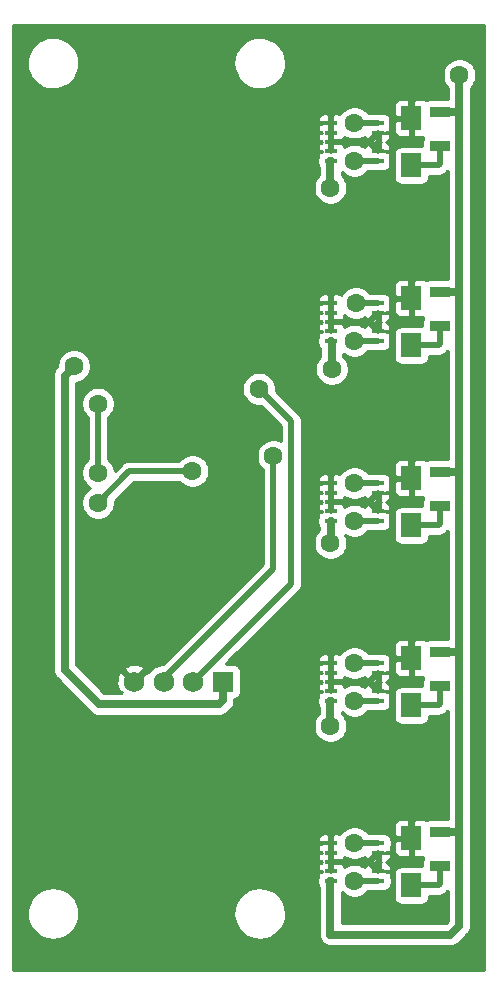
<source format=gbl>
G04 #@! TF.GenerationSoftware,KiCad,Pcbnew,(5.1.0)-1*
G04 #@! TF.CreationDate,2019-03-20T22:54:13+09:00*
G04 #@! TF.ProjectId,I2C_color_sensor_v2,4932435f-636f-46c6-9f72-5f73656e736f,rev?*
G04 #@! TF.SameCoordinates,Original*
G04 #@! TF.FileFunction,Copper,L2,Bot*
G04 #@! TF.FilePolarity,Positive*
%FSLAX46Y46*%
G04 Gerber Fmt 4.6, Leading zero omitted, Abs format (unit mm)*
G04 Created by KiCad (PCBNEW (5.1.0)-1) date 2019-03-20 22:54:13*
%MOMM*%
%LPD*%
G04 APERTURE LIST*
%ADD10C,1.750000*%
%ADD11R,1.750000X1.750000*%
%ADD12R,1.700000X2.000000*%
%ADD13R,1.700000X0.900000*%
%ADD14R,1.000000X0.400000*%
%ADD15C,1.600000*%
%ADD16C,0.700000*%
%ADD17C,0.500000*%
%ADD18C,0.254000*%
G04 APERTURE END LIST*
D10*
X133375000Y-116380000D03*
X135875000Y-116380000D03*
X138375000Y-116380000D03*
D11*
X140875000Y-116380000D03*
D12*
X156845000Y-68660000D03*
X156845000Y-72660000D03*
X156845000Y-87900000D03*
X156845000Y-83900000D03*
X156845000Y-114380000D03*
X156845000Y-118380000D03*
X156845000Y-103140000D03*
X156845000Y-99140000D03*
X156845000Y-129620000D03*
X156845000Y-133620000D03*
D13*
X159258000Y-71046000D03*
X159258000Y-68146000D03*
X159258000Y-83386000D03*
X159258000Y-86286000D03*
X159258000Y-116766000D03*
X159258000Y-113866000D03*
X159258000Y-98626000D03*
X159258000Y-101526000D03*
X159258000Y-132006000D03*
X159258000Y-129106000D03*
D14*
X154019000Y-72283000D03*
X154019000Y-71483000D03*
X154019000Y-69883000D03*
X154019000Y-69083000D03*
X150019000Y-69083000D03*
X150019000Y-69883000D03*
X150019000Y-70683000D03*
X150019000Y-71483000D03*
X150019000Y-72283000D03*
X150019000Y-87523000D03*
X150019000Y-86723000D03*
X150019000Y-85923000D03*
X150019000Y-85123000D03*
X150019000Y-84323000D03*
X154019000Y-84323000D03*
X154019000Y-85123000D03*
X154019000Y-86723000D03*
X154019000Y-87523000D03*
X154019000Y-102763000D03*
X154019000Y-101963000D03*
X154019000Y-100363000D03*
X154019000Y-99563000D03*
X150019000Y-99563000D03*
X150019000Y-100363000D03*
X150019000Y-101163000D03*
X150019000Y-101963000D03*
X150019000Y-102763000D03*
X150019000Y-118003000D03*
X150019000Y-117203000D03*
X150019000Y-116403000D03*
X150019000Y-115603000D03*
X150019000Y-114803000D03*
X154019000Y-114803000D03*
X154019000Y-115603000D03*
X154019000Y-117203000D03*
X154019000Y-118003000D03*
X154019000Y-133243000D03*
X154019000Y-132443000D03*
X154019000Y-130843000D03*
X154019000Y-130043000D03*
X150019000Y-130043000D03*
X150019000Y-130843000D03*
X150019000Y-131643000D03*
X150019000Y-132443000D03*
X150019000Y-133243000D03*
D15*
X149987000Y-74549000D03*
X149987000Y-120142000D03*
X160908998Y-65024000D03*
X150094000Y-89916000D03*
X149987000Y-104648000D03*
X143910990Y-91567000D03*
X145161000Y-97282000D03*
X136906000Y-108204002D03*
X144780000Y-127889000D03*
X129159000Y-114173000D03*
X152019000Y-69087988D03*
X152019000Y-72263000D03*
X152146000Y-84328000D03*
X152019000Y-87503000D03*
X152019000Y-99568000D03*
X152019000Y-102743000D03*
X152019000Y-114808000D03*
X152019000Y-117983000D03*
X152019000Y-130048000D03*
X152019000Y-133223000D03*
X128270000Y-89662000D03*
X130302000Y-98679000D03*
X130302000Y-92837000D03*
X130302000Y-101219000D03*
X138302986Y-98552000D03*
D16*
X149987000Y-72315000D02*
X150019000Y-72283000D01*
X149987000Y-74549000D02*
X149987000Y-72315000D01*
X149987000Y-118035000D02*
X150019000Y-118003000D01*
X149987000Y-120142000D02*
X149987000Y-118035000D01*
X160908998Y-66155370D02*
X160908998Y-65024000D01*
X160908998Y-67056000D02*
X160908998Y-66155370D01*
X160147000Y-137795000D02*
X160908998Y-137033002D01*
X149987000Y-137795000D02*
X160147000Y-137795000D01*
X150019000Y-133243000D02*
X149987000Y-133275000D01*
X149987000Y-133275000D02*
X149987000Y-137795000D01*
X160908998Y-137033002D02*
X160908998Y-130175000D01*
X160834998Y-68146000D02*
X160908998Y-68072000D01*
X159258000Y-68146000D02*
X160834998Y-68146000D01*
X160908998Y-68072000D02*
X160908998Y-67056000D01*
X160908998Y-83486998D02*
X160908998Y-83566000D01*
X160808000Y-83386000D02*
X160908998Y-83486998D01*
X159258000Y-83386000D02*
X160808000Y-83386000D01*
X160908998Y-83566000D02*
X160908998Y-68072000D01*
X160855998Y-98626000D02*
X160908998Y-98679000D01*
X159258000Y-98626000D02*
X160855998Y-98626000D01*
X160908998Y-98679000D02*
X160908998Y-83566000D01*
X160855998Y-113866000D02*
X160908998Y-113919000D01*
X159258000Y-113866000D02*
X160855998Y-113866000D01*
X160908998Y-113919000D02*
X160908998Y-98679000D01*
X160861000Y-129159000D02*
X160908998Y-129159000D01*
X160808000Y-129106000D02*
X160861000Y-129159000D01*
X159258000Y-129106000D02*
X160808000Y-129106000D01*
X160908998Y-130175000D02*
X160908998Y-129159000D01*
X160908998Y-129159000D02*
X160908998Y-113919000D01*
X150094000Y-87598000D02*
X150019000Y-87523000D01*
X150094000Y-89916000D02*
X150094000Y-87598000D01*
X150019000Y-102763000D02*
X150019000Y-104616000D01*
X150019000Y-104616000D02*
X149987000Y-104648000D01*
D17*
X146665001Y-108089999D02*
X146665001Y-94321011D01*
X144710989Y-92366999D02*
X143910990Y-91567000D01*
X138375000Y-116380000D02*
X146665001Y-108089999D01*
X146665001Y-94321011D02*
X144710989Y-92366999D01*
X145161000Y-101600000D02*
X145161000Y-97282000D01*
X145161000Y-106807000D02*
X145161000Y-101600000D01*
X135875000Y-116380000D02*
X135875000Y-116093000D01*
X135875000Y-116093000D02*
X145161000Y-106807000D01*
X133375000Y-116380000D02*
X136906000Y-112849000D01*
X136906000Y-112849000D02*
X136906000Y-109335372D01*
X136906000Y-109335372D02*
X136906000Y-108204002D01*
X150019000Y-71483000D02*
X150019000Y-70683000D01*
X150019000Y-69883000D02*
X150019000Y-70683000D01*
X150019000Y-69883000D02*
X150019000Y-69083000D01*
X153219000Y-70683000D02*
X154019000Y-69883000D01*
X153219000Y-70683000D02*
X154019000Y-71483000D01*
X150019000Y-83623000D02*
X150019000Y-84323000D01*
X151552000Y-82090000D02*
X150019000Y-83623000D01*
X150019000Y-84323000D02*
X150019000Y-85123000D01*
X150019000Y-85123000D02*
X150019000Y-85923000D01*
X150019000Y-85923000D02*
X150019000Y-86723000D01*
X153167999Y-70631999D02*
X153219000Y-70683000D01*
X151070001Y-70631999D02*
X153167999Y-70631999D01*
X150019000Y-70683000D02*
X151019000Y-70683000D01*
X151019000Y-70683000D02*
X151070001Y-70631999D01*
X150019000Y-129343000D02*
X150019000Y-130043000D01*
X151552000Y-127810000D02*
X150019000Y-129343000D01*
X150019000Y-130843000D02*
X150019000Y-130043000D01*
X150019000Y-132443000D02*
X150019000Y-131643000D01*
X150019000Y-130843000D02*
X150019000Y-131643000D01*
X153219000Y-131643000D02*
X154019000Y-130843000D01*
X150019000Y-131643000D02*
X153219000Y-131643000D01*
X153219000Y-131643000D02*
X154019000Y-132443000D01*
X150019000Y-114103000D02*
X150019000Y-114803000D01*
X151552000Y-112570000D02*
X150019000Y-114103000D01*
X150019000Y-117203000D02*
X150019000Y-116403000D01*
X150019000Y-114803000D02*
X150019000Y-115603000D01*
X150019000Y-116403000D02*
X150019000Y-115603000D01*
X153219000Y-116403000D02*
X154019000Y-115603000D01*
X150019000Y-116403000D02*
X153219000Y-116403000D01*
X153219000Y-116403000D02*
X154019000Y-117203000D01*
X150019000Y-98863000D02*
X150019000Y-99563000D01*
X151552000Y-97330000D02*
X150019000Y-98863000D01*
X150019000Y-99563000D02*
X150019000Y-100363000D01*
X150019000Y-100363000D02*
X150019000Y-101163000D01*
X150019000Y-101163000D02*
X150019000Y-101963000D01*
X153219000Y-101163000D02*
X154019000Y-100363000D01*
X150019000Y-101163000D02*
X153219000Y-101163000D01*
X153219000Y-101163000D02*
X154019000Y-101963000D01*
X153219000Y-85923000D02*
X154019000Y-85123000D01*
X150019000Y-85923000D02*
X153219000Y-85923000D01*
X153219000Y-85923000D02*
X154019000Y-86723000D01*
X151600000Y-66802000D02*
X154062630Y-66802000D01*
X150019000Y-68383000D02*
X151600000Y-66802000D01*
X150019000Y-69083000D02*
X150019000Y-68383000D01*
X154062630Y-66802000D02*
X155194000Y-66802000D01*
X156369000Y-68660000D02*
X156369000Y-68510000D01*
X155194000Y-66802000D02*
X155194000Y-81407000D01*
X155194000Y-81407000D02*
X155194000Y-82090000D01*
X155194000Y-82090000D02*
X151552000Y-82090000D01*
X155194000Y-82090000D02*
X155194000Y-97330000D01*
X155194000Y-97330000D02*
X151552000Y-97330000D01*
X155194000Y-97330000D02*
X155194000Y-112570000D01*
X155194000Y-112570000D02*
X151552000Y-112570000D01*
X155194000Y-112570000D02*
X155194000Y-127810000D01*
X155194000Y-127810000D02*
X151552000Y-127810000D01*
X151473000Y-127889000D02*
X151552000Y-127810000D01*
X144780000Y-127889000D02*
X151473000Y-127889000D01*
X156535000Y-127810000D02*
X155194000Y-127810000D01*
X156845000Y-128120000D02*
X156535000Y-127810000D01*
X156845000Y-129620000D02*
X156845000Y-128120000D01*
X156535000Y-112570000D02*
X155194000Y-112570000D01*
X156845000Y-112880000D02*
X156535000Y-112570000D01*
X156845000Y-114380000D02*
X156845000Y-112880000D01*
X156535000Y-97330000D02*
X155194000Y-97330000D01*
X156845000Y-97640000D02*
X156535000Y-97330000D01*
X156845000Y-99140000D02*
X156845000Y-97640000D01*
X156535000Y-82090000D02*
X155194000Y-82090000D01*
X156845000Y-82400000D02*
X156535000Y-82090000D01*
X156845000Y-83900000D02*
X156845000Y-82400000D01*
X156487000Y-66802000D02*
X155194000Y-66802000D01*
X156845000Y-67160000D02*
X156487000Y-66802000D01*
X156845000Y-68660000D02*
X156845000Y-67160000D01*
X130290370Y-114173000D02*
X129159000Y-114173000D01*
X133375000Y-116380000D02*
X131168000Y-114173000D01*
X131168000Y-114173000D02*
X130290370Y-114173000D01*
X154019000Y-69083000D02*
X152023988Y-69083000D01*
X152023988Y-69083000D02*
X152019000Y-69087988D01*
X152039000Y-72283000D02*
X152019000Y-72263000D01*
X154019000Y-72283000D02*
X152039000Y-72283000D01*
X154014000Y-84328000D02*
X154019000Y-84323000D01*
X152146000Y-84328000D02*
X154014000Y-84328000D01*
X153999000Y-87503000D02*
X154019000Y-87523000D01*
X152019000Y-87503000D02*
X153999000Y-87503000D01*
X154014000Y-99568000D02*
X154019000Y-99563000D01*
X152019000Y-99568000D02*
X154014000Y-99568000D01*
X154019000Y-102763000D02*
X152039000Y-102763000D01*
X152039000Y-102763000D02*
X152019000Y-102743000D01*
X154014000Y-114808000D02*
X154019000Y-114803000D01*
X152019000Y-114808000D02*
X154014000Y-114808000D01*
X154019000Y-118003000D02*
X152039000Y-118003000D01*
X152039000Y-118003000D02*
X152019000Y-117983000D01*
X154014000Y-130048000D02*
X154019000Y-130043000D01*
X152019000Y-130048000D02*
X154014000Y-130048000D01*
X153999000Y-133223000D02*
X154019000Y-133243000D01*
X152019000Y-133223000D02*
X153999000Y-133223000D01*
D16*
X140875000Y-117955000D02*
X140545000Y-118285000D01*
X140545000Y-118285000D02*
X130383996Y-118285000D01*
X130383996Y-118285000D02*
X127470001Y-115371005D01*
X140875000Y-116380000D02*
X140875000Y-117955000D01*
X127470001Y-115371005D02*
X127470001Y-90461999D01*
X127470001Y-90461999D02*
X128270000Y-89662000D01*
D17*
X156845000Y-72660000D02*
X159115000Y-72660000D01*
X159258000Y-72517000D02*
X159258000Y-71046000D01*
X159115000Y-72660000D02*
X159258000Y-72517000D01*
X156845000Y-87900000D02*
X159115000Y-87900000D01*
X159258000Y-87757000D02*
X159258000Y-86286000D01*
X159115000Y-87900000D02*
X159258000Y-87757000D01*
X158195000Y-118380000D02*
X158211000Y-118364000D01*
X156845000Y-118380000D02*
X158195000Y-118380000D01*
X158211000Y-118364000D02*
X159131000Y-118364000D01*
X159258000Y-118237000D02*
X159258000Y-116766000D01*
X159131000Y-118364000D02*
X159258000Y-118237000D01*
X156845000Y-103140000D02*
X159115000Y-103140000D01*
X159258000Y-102997000D02*
X159258000Y-101526000D01*
X159115000Y-103140000D02*
X159258000Y-102997000D01*
X156845000Y-133620000D02*
X159115000Y-133620000D01*
X159258000Y-133477000D02*
X159258000Y-132006000D01*
X159115000Y-133620000D02*
X159258000Y-133477000D01*
X130302000Y-98679000D02*
X130302000Y-92837000D01*
X130302000Y-101219000D02*
X132969000Y-98552000D01*
X137171616Y-98552000D02*
X138302986Y-98552000D01*
X132969000Y-98552000D02*
X137171616Y-98552000D01*
D18*
G36*
X162993001Y-140768000D02*
G01*
X123138000Y-140768000D01*
X123138000Y-136031136D01*
X124270217Y-136031136D01*
X124318731Y-136463643D01*
X124450328Y-136878490D01*
X124659997Y-137259876D01*
X124939751Y-137593274D01*
X125278934Y-137865984D01*
X125664627Y-138067620D01*
X126082140Y-138190501D01*
X126515568Y-138229946D01*
X126948404Y-138184453D01*
X127364160Y-138055755D01*
X127747000Y-137848754D01*
X128082343Y-137571334D01*
X128357414Y-137234063D01*
X128561738Y-136849787D01*
X128687530Y-136433143D01*
X128726947Y-136031136D01*
X141770217Y-136031136D01*
X141818731Y-136463643D01*
X141950328Y-136878490D01*
X142159997Y-137259876D01*
X142439751Y-137593274D01*
X142778934Y-137865984D01*
X143164627Y-138067620D01*
X143582140Y-138190501D01*
X144015568Y-138229946D01*
X144448404Y-138184453D01*
X144864160Y-138055755D01*
X145247000Y-137848754D01*
X145582343Y-137571334D01*
X145857414Y-137234063D01*
X146061738Y-136849787D01*
X146187530Y-136433143D01*
X146230000Y-136000000D01*
X146229131Y-135937735D01*
X146174583Y-135505947D01*
X146037206Y-135092977D01*
X145822233Y-134714556D01*
X145537852Y-134385097D01*
X145194894Y-134117149D01*
X144806423Y-133920918D01*
X144387235Y-133803879D01*
X143953298Y-133770489D01*
X143521140Y-133822021D01*
X143107222Y-133956511D01*
X142727309Y-134168837D01*
X142395872Y-134450912D01*
X142125536Y-134791991D01*
X141926598Y-135179082D01*
X141806636Y-135597442D01*
X141770217Y-136031136D01*
X128726947Y-136031136D01*
X128730000Y-136000000D01*
X128729131Y-135937735D01*
X128674583Y-135505947D01*
X128537206Y-135092977D01*
X128322233Y-134714556D01*
X128037852Y-134385097D01*
X127694894Y-134117149D01*
X127306423Y-133920918D01*
X126887235Y-133803879D01*
X126453298Y-133770489D01*
X126021140Y-133822021D01*
X125607222Y-133956511D01*
X125227309Y-134168837D01*
X124895872Y-134450912D01*
X124625536Y-134791991D01*
X124426598Y-135179082D01*
X124306636Y-135597442D01*
X124270217Y-136031136D01*
X123138000Y-136031136D01*
X123138000Y-133043000D01*
X148880928Y-133043000D01*
X148880928Y-133443000D01*
X148893188Y-133567482D01*
X148929498Y-133687180D01*
X148988463Y-133797494D01*
X149002000Y-133813989D01*
X149002001Y-137746610D01*
X148997235Y-137795000D01*
X149016253Y-137988094D01*
X149072576Y-138173767D01*
X149164040Y-138344884D01*
X149287130Y-138494870D01*
X149437116Y-138617960D01*
X149608233Y-138709424D01*
X149793906Y-138765747D01*
X149938620Y-138780000D01*
X149987000Y-138784765D01*
X150035380Y-138780000D01*
X160098620Y-138780000D01*
X160147000Y-138784765D01*
X160195380Y-138780000D01*
X160340094Y-138765747D01*
X160525767Y-138709424D01*
X160696884Y-138617960D01*
X160846870Y-138494870D01*
X160877715Y-138457285D01*
X161571287Y-137763714D01*
X161608868Y-137732872D01*
X161731958Y-137582886D01*
X161823422Y-137411769D01*
X161879745Y-137226096D01*
X161893998Y-137081382D01*
X161893998Y-137081381D01*
X161898763Y-137033002D01*
X161893998Y-136984622D01*
X161893998Y-129207379D01*
X161898763Y-129159000D01*
X161893998Y-129110620D01*
X161893998Y-113967379D01*
X161898763Y-113918999D01*
X161893998Y-113870619D01*
X161893998Y-98727379D01*
X161898763Y-98678999D01*
X161893998Y-98630619D01*
X161893998Y-83535378D01*
X161898763Y-83486998D01*
X161893998Y-83438618D01*
X161893998Y-68120379D01*
X161898763Y-68072000D01*
X161893998Y-68023620D01*
X161893998Y-66068396D01*
X162023635Y-65938759D01*
X162180678Y-65703727D01*
X162288851Y-65442574D01*
X162343998Y-65165335D01*
X162343998Y-64882665D01*
X162288851Y-64605426D01*
X162180678Y-64344273D01*
X162023635Y-64109241D01*
X161823757Y-63909363D01*
X161588725Y-63752320D01*
X161327572Y-63644147D01*
X161050333Y-63589000D01*
X160767663Y-63589000D01*
X160490424Y-63644147D01*
X160229271Y-63752320D01*
X159994239Y-63909363D01*
X159794361Y-64109241D01*
X159637318Y-64344273D01*
X159529145Y-64605426D01*
X159473998Y-64882665D01*
X159473998Y-65165335D01*
X159529145Y-65442574D01*
X159637318Y-65703727D01*
X159794361Y-65938759D01*
X159923998Y-66068396D01*
X159923998Y-67057928D01*
X158408000Y-67057928D01*
X158283518Y-67070188D01*
X158163820Y-67106498D01*
X158077641Y-67152562D01*
X158049494Y-67129463D01*
X157939180Y-67070498D01*
X157819482Y-67034188D01*
X157695000Y-67021928D01*
X157130750Y-67025000D01*
X156972000Y-67183750D01*
X156972000Y-68533000D01*
X156992000Y-68533000D01*
X156992000Y-68787000D01*
X156972000Y-68787000D01*
X156972000Y-70136250D01*
X157130750Y-70295000D01*
X157695000Y-70298072D01*
X157819482Y-70285812D01*
X157860418Y-70273394D01*
X157818498Y-70351820D01*
X157782188Y-70471518D01*
X157769928Y-70596000D01*
X157769928Y-71029308D01*
X157695000Y-71021928D01*
X155995000Y-71021928D01*
X155870518Y-71034188D01*
X155750820Y-71070498D01*
X155640506Y-71129463D01*
X155543815Y-71208815D01*
X155464463Y-71305506D01*
X155405498Y-71415820D01*
X155369188Y-71535518D01*
X155356928Y-71660000D01*
X155356928Y-73660000D01*
X155369188Y-73784482D01*
X155405498Y-73904180D01*
X155464463Y-74014494D01*
X155543815Y-74111185D01*
X155640506Y-74190537D01*
X155750820Y-74249502D01*
X155870518Y-74285812D01*
X155995000Y-74298072D01*
X157695000Y-74298072D01*
X157819482Y-74285812D01*
X157939180Y-74249502D01*
X158049494Y-74190537D01*
X158146185Y-74111185D01*
X158225537Y-74014494D01*
X158284502Y-73904180D01*
X158320812Y-73784482D01*
X158333072Y-73660000D01*
X158333072Y-73545000D01*
X159071531Y-73545000D01*
X159115000Y-73549281D01*
X159158469Y-73545000D01*
X159158477Y-73545000D01*
X159288490Y-73532195D01*
X159455313Y-73481589D01*
X159609059Y-73399411D01*
X159743817Y-73288817D01*
X159771534Y-73255044D01*
X159853045Y-73173533D01*
X159886817Y-73145817D01*
X159923999Y-73100511D01*
X159923998Y-82297928D01*
X158408000Y-82297928D01*
X158283518Y-82310188D01*
X158163820Y-82346498D01*
X158077641Y-82392562D01*
X158049494Y-82369463D01*
X157939180Y-82310498D01*
X157819482Y-82274188D01*
X157695000Y-82261928D01*
X157130750Y-82265000D01*
X156972000Y-82423750D01*
X156972000Y-83773000D01*
X156992000Y-83773000D01*
X156992000Y-84027000D01*
X156972000Y-84027000D01*
X156972000Y-85376250D01*
X157130750Y-85535000D01*
X157695000Y-85538072D01*
X157819482Y-85525812D01*
X157860418Y-85513394D01*
X157818498Y-85591820D01*
X157782188Y-85711518D01*
X157769928Y-85836000D01*
X157769928Y-86269308D01*
X157695000Y-86261928D01*
X155995000Y-86261928D01*
X155870518Y-86274188D01*
X155750820Y-86310498D01*
X155640506Y-86369463D01*
X155543815Y-86448815D01*
X155464463Y-86545506D01*
X155405498Y-86655820D01*
X155369188Y-86775518D01*
X155356928Y-86900000D01*
X155356928Y-88900000D01*
X155369188Y-89024482D01*
X155405498Y-89144180D01*
X155464463Y-89254494D01*
X155543815Y-89351185D01*
X155640506Y-89430537D01*
X155750820Y-89489502D01*
X155870518Y-89525812D01*
X155995000Y-89538072D01*
X157695000Y-89538072D01*
X157819482Y-89525812D01*
X157939180Y-89489502D01*
X158049494Y-89430537D01*
X158146185Y-89351185D01*
X158225537Y-89254494D01*
X158284502Y-89144180D01*
X158320812Y-89024482D01*
X158333072Y-88900000D01*
X158333072Y-88785000D01*
X159071531Y-88785000D01*
X159115000Y-88789281D01*
X159158469Y-88785000D01*
X159158477Y-88785000D01*
X159288490Y-88772195D01*
X159455313Y-88721589D01*
X159609059Y-88639411D01*
X159743817Y-88528817D01*
X159771534Y-88495044D01*
X159853045Y-88413533D01*
X159886817Y-88385817D01*
X159923999Y-88340511D01*
X159923998Y-97537928D01*
X158408000Y-97537928D01*
X158283518Y-97550188D01*
X158163820Y-97586498D01*
X158077641Y-97632562D01*
X158049494Y-97609463D01*
X157939180Y-97550498D01*
X157819482Y-97514188D01*
X157695000Y-97501928D01*
X157130750Y-97505000D01*
X156972000Y-97663750D01*
X156972000Y-99013000D01*
X156992000Y-99013000D01*
X156992000Y-99267000D01*
X156972000Y-99267000D01*
X156972000Y-100616250D01*
X157130750Y-100775000D01*
X157695000Y-100778072D01*
X157819482Y-100765812D01*
X157860418Y-100753394D01*
X157818498Y-100831820D01*
X157782188Y-100951518D01*
X157769928Y-101076000D01*
X157769928Y-101509308D01*
X157695000Y-101501928D01*
X155995000Y-101501928D01*
X155870518Y-101514188D01*
X155750820Y-101550498D01*
X155640506Y-101609463D01*
X155543815Y-101688815D01*
X155464463Y-101785506D01*
X155405498Y-101895820D01*
X155369188Y-102015518D01*
X155356928Y-102140000D01*
X155356928Y-104140000D01*
X155369188Y-104264482D01*
X155405498Y-104384180D01*
X155464463Y-104494494D01*
X155543815Y-104591185D01*
X155640506Y-104670537D01*
X155750820Y-104729502D01*
X155870518Y-104765812D01*
X155995000Y-104778072D01*
X157695000Y-104778072D01*
X157819482Y-104765812D01*
X157939180Y-104729502D01*
X158049494Y-104670537D01*
X158146185Y-104591185D01*
X158225537Y-104494494D01*
X158284502Y-104384180D01*
X158320812Y-104264482D01*
X158333072Y-104140000D01*
X158333072Y-104025000D01*
X159071531Y-104025000D01*
X159115000Y-104029281D01*
X159158469Y-104025000D01*
X159158477Y-104025000D01*
X159288490Y-104012195D01*
X159455313Y-103961589D01*
X159609059Y-103879411D01*
X159743817Y-103768817D01*
X159771534Y-103735044D01*
X159853045Y-103653533D01*
X159886817Y-103625817D01*
X159923999Y-103580511D01*
X159923998Y-112777928D01*
X158408000Y-112777928D01*
X158283518Y-112790188D01*
X158163820Y-112826498D01*
X158077641Y-112872562D01*
X158049494Y-112849463D01*
X157939180Y-112790498D01*
X157819482Y-112754188D01*
X157695000Y-112741928D01*
X157130750Y-112745000D01*
X156972000Y-112903750D01*
X156972000Y-114253000D01*
X156992000Y-114253000D01*
X156992000Y-114507000D01*
X156972000Y-114507000D01*
X156972000Y-115856250D01*
X157130750Y-116015000D01*
X157695000Y-116018072D01*
X157819482Y-116005812D01*
X157860418Y-115993394D01*
X157818498Y-116071820D01*
X157782188Y-116191518D01*
X157769928Y-116316000D01*
X157769928Y-116749308D01*
X157695000Y-116741928D01*
X155995000Y-116741928D01*
X155870518Y-116754188D01*
X155750820Y-116790498D01*
X155640506Y-116849463D01*
X155543815Y-116928815D01*
X155464463Y-117025506D01*
X155405498Y-117135820D01*
X155369188Y-117255518D01*
X155356928Y-117380000D01*
X155356928Y-119380000D01*
X155369188Y-119504482D01*
X155405498Y-119624180D01*
X155464463Y-119734494D01*
X155543815Y-119831185D01*
X155640506Y-119910537D01*
X155750820Y-119969502D01*
X155870518Y-120005812D01*
X155995000Y-120018072D01*
X157695000Y-120018072D01*
X157819482Y-120005812D01*
X157939180Y-119969502D01*
X158049494Y-119910537D01*
X158146185Y-119831185D01*
X158225537Y-119734494D01*
X158284502Y-119624180D01*
X158320812Y-119504482D01*
X158333072Y-119380000D01*
X158333072Y-119255683D01*
X158368490Y-119252195D01*
X158379022Y-119249000D01*
X159087531Y-119249000D01*
X159131000Y-119253281D01*
X159174469Y-119249000D01*
X159174477Y-119249000D01*
X159304490Y-119236195D01*
X159471313Y-119185589D01*
X159625059Y-119103411D01*
X159759817Y-118992817D01*
X159787534Y-118959044D01*
X159853045Y-118893533D01*
X159886817Y-118865817D01*
X159923999Y-118820511D01*
X159923998Y-128017928D01*
X158408000Y-128017928D01*
X158283518Y-128030188D01*
X158163820Y-128066498D01*
X158077641Y-128112562D01*
X158049494Y-128089463D01*
X157939180Y-128030498D01*
X157819482Y-127994188D01*
X157695000Y-127981928D01*
X157130750Y-127985000D01*
X156972000Y-128143750D01*
X156972000Y-129493000D01*
X156992000Y-129493000D01*
X156992000Y-129747000D01*
X156972000Y-129747000D01*
X156972000Y-131096250D01*
X157130750Y-131255000D01*
X157695000Y-131258072D01*
X157819482Y-131245812D01*
X157860418Y-131233394D01*
X157818498Y-131311820D01*
X157782188Y-131431518D01*
X157769928Y-131556000D01*
X157769928Y-131989308D01*
X157695000Y-131981928D01*
X155995000Y-131981928D01*
X155870518Y-131994188D01*
X155750820Y-132030498D01*
X155640506Y-132089463D01*
X155543815Y-132168815D01*
X155464463Y-132265506D01*
X155405498Y-132375820D01*
X155369188Y-132495518D01*
X155356928Y-132620000D01*
X155356928Y-134620000D01*
X155369188Y-134744482D01*
X155405498Y-134864180D01*
X155464463Y-134974494D01*
X155543815Y-135071185D01*
X155640506Y-135150537D01*
X155750820Y-135209502D01*
X155870518Y-135245812D01*
X155995000Y-135258072D01*
X157695000Y-135258072D01*
X157819482Y-135245812D01*
X157939180Y-135209502D01*
X158049494Y-135150537D01*
X158146185Y-135071185D01*
X158225537Y-134974494D01*
X158284502Y-134864180D01*
X158320812Y-134744482D01*
X158333072Y-134620000D01*
X158333072Y-134505000D01*
X159071531Y-134505000D01*
X159115000Y-134509281D01*
X159158469Y-134505000D01*
X159158477Y-134505000D01*
X159288490Y-134492195D01*
X159455313Y-134441589D01*
X159609059Y-134359411D01*
X159743817Y-134248817D01*
X159771534Y-134215044D01*
X159853045Y-134133533D01*
X159886817Y-134105817D01*
X159923998Y-134060512D01*
X159923998Y-136625001D01*
X159739000Y-136810000D01*
X150972000Y-136810000D01*
X150972000Y-134205396D01*
X151104241Y-134337637D01*
X151339273Y-134494680D01*
X151600426Y-134602853D01*
X151877665Y-134658000D01*
X152160335Y-134658000D01*
X152437574Y-134602853D01*
X152698727Y-134494680D01*
X152933759Y-134337637D01*
X153133637Y-134137759D01*
X153153521Y-134108000D01*
X153821795Y-134108000D01*
X153845510Y-134115194D01*
X154018999Y-134132281D01*
X154192489Y-134115194D01*
X154304973Y-134081072D01*
X154519000Y-134081072D01*
X154643482Y-134068812D01*
X154763180Y-134032502D01*
X154873494Y-133973537D01*
X154970185Y-133894185D01*
X155049537Y-133797494D01*
X155108502Y-133687180D01*
X155144812Y-133567482D01*
X155157072Y-133443000D01*
X155157072Y-133043000D01*
X155144812Y-132918518D01*
X155121803Y-132842668D01*
X155142277Y-132779609D01*
X155154000Y-132674750D01*
X154995250Y-132516000D01*
X154877804Y-132516000D01*
X154873494Y-132512463D01*
X154763180Y-132453498D01*
X154643482Y-132417188D01*
X154519000Y-132404928D01*
X154345893Y-132404928D01*
X154339313Y-132401411D01*
X154235766Y-132370000D01*
X154995250Y-132370000D01*
X155154000Y-132211250D01*
X155142277Y-132106391D01*
X155103650Y-131987421D01*
X155042555Y-131878272D01*
X154961340Y-131783140D01*
X154863126Y-131705680D01*
X154751688Y-131648869D01*
X154730896Y-131643000D01*
X154751688Y-131637131D01*
X154863126Y-131580320D01*
X154961340Y-131502860D01*
X155042555Y-131407728D01*
X155103650Y-131298579D01*
X155142277Y-131179609D01*
X155154000Y-131074750D01*
X154995250Y-130916000D01*
X154201319Y-130916000D01*
X154316459Y-130881072D01*
X154519000Y-130881072D01*
X154643482Y-130868812D01*
X154763180Y-130832502D01*
X154873494Y-130773537D01*
X154877804Y-130770000D01*
X154995250Y-130770000D01*
X155145250Y-130620000D01*
X155356928Y-130620000D01*
X155369188Y-130744482D01*
X155405498Y-130864180D01*
X155464463Y-130974494D01*
X155543815Y-131071185D01*
X155640506Y-131150537D01*
X155750820Y-131209502D01*
X155870518Y-131245812D01*
X155995000Y-131258072D01*
X156559250Y-131255000D01*
X156718000Y-131096250D01*
X156718000Y-129747000D01*
X155518750Y-129747000D01*
X155360000Y-129905750D01*
X155356928Y-130620000D01*
X155145250Y-130620000D01*
X155154000Y-130611250D01*
X155142277Y-130506391D01*
X155121803Y-130443332D01*
X155144812Y-130367482D01*
X155157072Y-130243000D01*
X155157072Y-129843000D01*
X155144812Y-129718518D01*
X155108502Y-129598820D01*
X155049537Y-129488506D01*
X154970185Y-129391815D01*
X154873494Y-129312463D01*
X154763180Y-129253498D01*
X154643482Y-129217188D01*
X154519000Y-129204928D01*
X154304973Y-129204928D01*
X154192490Y-129170806D01*
X154018999Y-129153719D01*
X153924766Y-129163000D01*
X153153521Y-129163000D01*
X153133637Y-129133241D01*
X152933759Y-128933363D01*
X152698727Y-128776320D01*
X152437574Y-128668147D01*
X152195526Y-128620000D01*
X155356928Y-128620000D01*
X155360000Y-129334250D01*
X155518750Y-129493000D01*
X156718000Y-129493000D01*
X156718000Y-128143750D01*
X156559250Y-127985000D01*
X155995000Y-127981928D01*
X155870518Y-127994188D01*
X155750820Y-128030498D01*
X155640506Y-128089463D01*
X155543815Y-128168815D01*
X155464463Y-128265506D01*
X155405498Y-128375820D01*
X155369188Y-128495518D01*
X155356928Y-128620000D01*
X152195526Y-128620000D01*
X152160335Y-128613000D01*
X151877665Y-128613000D01*
X151600426Y-128668147D01*
X151339273Y-128776320D01*
X151104241Y-128933363D01*
X150904363Y-129133241D01*
X150807941Y-129277547D01*
X150751688Y-129248869D01*
X150631308Y-129214889D01*
X150506612Y-129205048D01*
X150304750Y-129208000D01*
X150146000Y-129366750D01*
X150146000Y-129970000D01*
X150166000Y-129970000D01*
X150166000Y-130116000D01*
X150146000Y-130116000D01*
X150146000Y-130770000D01*
X150166000Y-130770000D01*
X150166000Y-130916000D01*
X150146000Y-130916000D01*
X150146000Y-131570000D01*
X150196750Y-131570000D01*
X150269750Y-131643000D01*
X150196750Y-131716000D01*
X150146000Y-131716000D01*
X150146000Y-131790000D01*
X149892000Y-131790000D01*
X149892000Y-131716000D01*
X149841250Y-131716000D01*
X149768250Y-131643000D01*
X149841250Y-131570000D01*
X149892000Y-131570000D01*
X149892000Y-130916000D01*
X149841250Y-130916000D01*
X149768250Y-130843000D01*
X149841250Y-130770000D01*
X149892000Y-130770000D01*
X149892000Y-130116000D01*
X149841250Y-130116000D01*
X149733250Y-130008000D01*
X149531388Y-130005048D01*
X149406692Y-130014889D01*
X149286312Y-130048869D01*
X149174874Y-130105680D01*
X149161789Y-130116000D01*
X149042750Y-130116000D01*
X148884000Y-130274750D01*
X148895723Y-130379609D01*
X148916305Y-130443000D01*
X148895723Y-130506391D01*
X148884000Y-130611250D01*
X149042750Y-130770000D01*
X149161789Y-130770000D01*
X149174874Y-130780320D01*
X149286312Y-130837131D01*
X149307104Y-130843000D01*
X149286312Y-130848869D01*
X149174874Y-130905680D01*
X149161789Y-130916000D01*
X149042750Y-130916000D01*
X148884000Y-131074750D01*
X148895723Y-131179609D01*
X148916305Y-131243000D01*
X148895723Y-131306391D01*
X148884000Y-131411250D01*
X149042750Y-131570000D01*
X149161789Y-131570000D01*
X149174874Y-131580320D01*
X149286312Y-131637131D01*
X149307104Y-131643000D01*
X149286312Y-131648869D01*
X149174874Y-131705680D01*
X149161789Y-131716000D01*
X149042750Y-131716000D01*
X148884000Y-131874750D01*
X148895723Y-131979609D01*
X148916305Y-132043000D01*
X148895723Y-132106391D01*
X148884000Y-132211250D01*
X149042750Y-132370000D01*
X149161789Y-132370000D01*
X149174874Y-132380320D01*
X149286312Y-132437131D01*
X149308307Y-132443340D01*
X149274820Y-132453498D01*
X149164506Y-132512463D01*
X149160196Y-132516000D01*
X149042750Y-132516000D01*
X148884000Y-132674750D01*
X148895723Y-132779609D01*
X148916197Y-132842668D01*
X148893188Y-132918518D01*
X148880928Y-133043000D01*
X123138000Y-133043000D01*
X123138000Y-129811250D01*
X148884000Y-129811250D01*
X149042750Y-129970000D01*
X149892000Y-129970000D01*
X149892000Y-129366750D01*
X149733250Y-129208000D01*
X149531388Y-129205048D01*
X149406692Y-129214889D01*
X149286312Y-129248869D01*
X149174874Y-129305680D01*
X149076660Y-129383140D01*
X148995445Y-129478272D01*
X148934350Y-129587421D01*
X148895723Y-129706391D01*
X148884000Y-129811250D01*
X123138000Y-129811250D01*
X123138000Y-120000665D01*
X148552000Y-120000665D01*
X148552000Y-120283335D01*
X148607147Y-120560574D01*
X148715320Y-120821727D01*
X148872363Y-121056759D01*
X149072241Y-121256637D01*
X149307273Y-121413680D01*
X149568426Y-121521853D01*
X149845665Y-121577000D01*
X150128335Y-121577000D01*
X150405574Y-121521853D01*
X150666727Y-121413680D01*
X150901759Y-121256637D01*
X151101637Y-121056759D01*
X151258680Y-120821727D01*
X151366853Y-120560574D01*
X151422000Y-120283335D01*
X151422000Y-120000665D01*
X151366853Y-119723426D01*
X151258680Y-119462273D01*
X151101637Y-119227241D01*
X150972000Y-119097604D01*
X150972000Y-118965396D01*
X151104241Y-119097637D01*
X151339273Y-119254680D01*
X151600426Y-119362853D01*
X151877665Y-119418000D01*
X152160335Y-119418000D01*
X152437574Y-119362853D01*
X152698727Y-119254680D01*
X152933759Y-119097637D01*
X153133637Y-118897759D01*
X153140158Y-118888000D01*
X154062477Y-118888000D01*
X154192490Y-118875195D01*
X154304977Y-118841072D01*
X154519000Y-118841072D01*
X154643482Y-118828812D01*
X154763180Y-118792502D01*
X154873494Y-118733537D01*
X154970185Y-118654185D01*
X155049537Y-118557494D01*
X155108502Y-118447180D01*
X155144812Y-118327482D01*
X155157072Y-118203000D01*
X155157072Y-117803000D01*
X155144812Y-117678518D01*
X155121803Y-117602668D01*
X155142277Y-117539609D01*
X155154000Y-117434750D01*
X154995250Y-117276000D01*
X154877804Y-117276000D01*
X154873494Y-117272463D01*
X154763180Y-117213498D01*
X154643482Y-117177188D01*
X154519000Y-117164928D01*
X154304977Y-117164928D01*
X154192490Y-117130805D01*
X154184317Y-117130000D01*
X154995250Y-117130000D01*
X155154000Y-116971250D01*
X155142277Y-116866391D01*
X155103650Y-116747421D01*
X155042555Y-116638272D01*
X154961340Y-116543140D01*
X154863126Y-116465680D01*
X154751688Y-116408869D01*
X154730896Y-116403000D01*
X154751688Y-116397131D01*
X154863126Y-116340320D01*
X154961340Y-116262860D01*
X155042555Y-116167728D01*
X155103650Y-116058579D01*
X155142277Y-115939609D01*
X155154000Y-115834750D01*
X154995250Y-115676000D01*
X154201319Y-115676000D01*
X154316459Y-115641072D01*
X154519000Y-115641072D01*
X154643482Y-115628812D01*
X154763180Y-115592502D01*
X154873494Y-115533537D01*
X154877804Y-115530000D01*
X154995250Y-115530000D01*
X155145250Y-115380000D01*
X155356928Y-115380000D01*
X155369188Y-115504482D01*
X155405498Y-115624180D01*
X155464463Y-115734494D01*
X155543815Y-115831185D01*
X155640506Y-115910537D01*
X155750820Y-115969502D01*
X155870518Y-116005812D01*
X155995000Y-116018072D01*
X156559250Y-116015000D01*
X156718000Y-115856250D01*
X156718000Y-114507000D01*
X155518750Y-114507000D01*
X155360000Y-114665750D01*
X155356928Y-115380000D01*
X155145250Y-115380000D01*
X155154000Y-115371250D01*
X155142277Y-115266391D01*
X155121803Y-115203332D01*
X155144812Y-115127482D01*
X155157072Y-115003000D01*
X155157072Y-114603000D01*
X155144812Y-114478518D01*
X155108502Y-114358820D01*
X155049537Y-114248506D01*
X154970185Y-114151815D01*
X154873494Y-114072463D01*
X154763180Y-114013498D01*
X154643482Y-113977188D01*
X154519000Y-113964928D01*
X154304973Y-113964928D01*
X154192490Y-113930806D01*
X154018999Y-113913719D01*
X153924766Y-113923000D01*
X153153521Y-113923000D01*
X153133637Y-113893241D01*
X152933759Y-113693363D01*
X152698727Y-113536320D01*
X152437574Y-113428147D01*
X152195526Y-113380000D01*
X155356928Y-113380000D01*
X155360000Y-114094250D01*
X155518750Y-114253000D01*
X156718000Y-114253000D01*
X156718000Y-112903750D01*
X156559250Y-112745000D01*
X155995000Y-112741928D01*
X155870518Y-112754188D01*
X155750820Y-112790498D01*
X155640506Y-112849463D01*
X155543815Y-112928815D01*
X155464463Y-113025506D01*
X155405498Y-113135820D01*
X155369188Y-113255518D01*
X155356928Y-113380000D01*
X152195526Y-113380000D01*
X152160335Y-113373000D01*
X151877665Y-113373000D01*
X151600426Y-113428147D01*
X151339273Y-113536320D01*
X151104241Y-113693363D01*
X150904363Y-113893241D01*
X150807941Y-114037547D01*
X150751688Y-114008869D01*
X150631308Y-113974889D01*
X150506612Y-113965048D01*
X150304750Y-113968000D01*
X150146000Y-114126750D01*
X150146000Y-114730000D01*
X150166000Y-114730000D01*
X150166000Y-114876000D01*
X150146000Y-114876000D01*
X150146000Y-115530000D01*
X150166000Y-115530000D01*
X150166000Y-115676000D01*
X150146000Y-115676000D01*
X150146000Y-116330000D01*
X150196750Y-116330000D01*
X150269750Y-116403000D01*
X150196750Y-116476000D01*
X150146000Y-116476000D01*
X150146000Y-116550000D01*
X149892000Y-116550000D01*
X149892000Y-116476000D01*
X149841250Y-116476000D01*
X149768250Y-116403000D01*
X149841250Y-116330000D01*
X149892000Y-116330000D01*
X149892000Y-115676000D01*
X149841250Y-115676000D01*
X149768250Y-115603000D01*
X149841250Y-115530000D01*
X149892000Y-115530000D01*
X149892000Y-114876000D01*
X149841250Y-114876000D01*
X149733250Y-114768000D01*
X149531388Y-114765048D01*
X149406692Y-114774889D01*
X149286312Y-114808869D01*
X149174874Y-114865680D01*
X149161789Y-114876000D01*
X149042750Y-114876000D01*
X148884000Y-115034750D01*
X148895723Y-115139609D01*
X148916305Y-115203000D01*
X148895723Y-115266391D01*
X148884000Y-115371250D01*
X149042750Y-115530000D01*
X149161789Y-115530000D01*
X149174874Y-115540320D01*
X149286312Y-115597131D01*
X149307104Y-115603000D01*
X149286312Y-115608869D01*
X149174874Y-115665680D01*
X149161789Y-115676000D01*
X149042750Y-115676000D01*
X148884000Y-115834750D01*
X148895723Y-115939609D01*
X148916305Y-116003000D01*
X148895723Y-116066391D01*
X148884000Y-116171250D01*
X149042750Y-116330000D01*
X149161789Y-116330000D01*
X149174874Y-116340320D01*
X149286312Y-116397131D01*
X149307104Y-116403000D01*
X149286312Y-116408869D01*
X149174874Y-116465680D01*
X149161789Y-116476000D01*
X149042750Y-116476000D01*
X148884000Y-116634750D01*
X148895723Y-116739609D01*
X148916305Y-116803000D01*
X148895723Y-116866391D01*
X148884000Y-116971250D01*
X149042750Y-117130000D01*
X149161789Y-117130000D01*
X149174874Y-117140320D01*
X149286312Y-117197131D01*
X149308307Y-117203340D01*
X149274820Y-117213498D01*
X149164506Y-117272463D01*
X149160196Y-117276000D01*
X149042750Y-117276000D01*
X148884000Y-117434750D01*
X148895723Y-117539609D01*
X148916197Y-117602668D01*
X148893188Y-117678518D01*
X148880928Y-117803000D01*
X148880928Y-118203000D01*
X148893188Y-118327482D01*
X148929498Y-118447180D01*
X148988463Y-118557494D01*
X149002001Y-118573990D01*
X149002000Y-119097604D01*
X148872363Y-119227241D01*
X148715320Y-119462273D01*
X148607147Y-119723426D01*
X148552000Y-120000665D01*
X123138000Y-120000665D01*
X123138000Y-90461999D01*
X126480236Y-90461999D01*
X126485002Y-90510389D01*
X126485001Y-115322625D01*
X126480236Y-115371005D01*
X126485001Y-115419384D01*
X126499254Y-115564098D01*
X126555577Y-115749771D01*
X126647041Y-115920889D01*
X126770131Y-116070875D01*
X126807717Y-116101721D01*
X129653280Y-118947284D01*
X129684126Y-118984870D01*
X129834112Y-119107960D01*
X130005229Y-119199424D01*
X130147687Y-119242638D01*
X130190901Y-119255747D01*
X130383995Y-119274765D01*
X130432375Y-119270000D01*
X140496620Y-119270000D01*
X140545000Y-119274765D01*
X140593380Y-119270000D01*
X140738094Y-119255747D01*
X140923767Y-119199424D01*
X141094884Y-119107960D01*
X141244870Y-118984870D01*
X141275717Y-118947283D01*
X141537280Y-118685720D01*
X141574870Y-118654870D01*
X141697960Y-118504884D01*
X141789424Y-118333767D01*
X141845747Y-118148094D01*
X141860000Y-118003380D01*
X141860000Y-118003379D01*
X141864765Y-117955001D01*
X141860000Y-117906623D01*
X141860000Y-117882238D01*
X141874482Y-117880812D01*
X141994180Y-117844502D01*
X142104494Y-117785537D01*
X142201185Y-117706185D01*
X142280537Y-117609494D01*
X142339502Y-117499180D01*
X142375812Y-117379482D01*
X142388072Y-117255000D01*
X142388072Y-115505000D01*
X142375812Y-115380518D01*
X142339502Y-115260820D01*
X142280537Y-115150506D01*
X142201185Y-115053815D01*
X142104494Y-114974463D01*
X141994180Y-114915498D01*
X141874482Y-114879188D01*
X141750000Y-114866928D01*
X141139650Y-114866928D01*
X141435328Y-114571250D01*
X148884000Y-114571250D01*
X149042750Y-114730000D01*
X149892000Y-114730000D01*
X149892000Y-114126750D01*
X149733250Y-113968000D01*
X149531388Y-113965048D01*
X149406692Y-113974889D01*
X149286312Y-114008869D01*
X149174874Y-114065680D01*
X149076660Y-114143140D01*
X148995445Y-114238272D01*
X148934350Y-114347421D01*
X148895723Y-114466391D01*
X148884000Y-114571250D01*
X141435328Y-114571250D01*
X147260052Y-108746527D01*
X147293818Y-108718816D01*
X147404412Y-108584058D01*
X147486590Y-108430312D01*
X147537196Y-108263489D01*
X147550001Y-108133476D01*
X147550001Y-108133468D01*
X147554282Y-108089999D01*
X147550001Y-108046530D01*
X147550001Y-104506665D01*
X148552000Y-104506665D01*
X148552000Y-104789335D01*
X148607147Y-105066574D01*
X148715320Y-105327727D01*
X148872363Y-105562759D01*
X149072241Y-105762637D01*
X149307273Y-105919680D01*
X149568426Y-106027853D01*
X149845665Y-106083000D01*
X150128335Y-106083000D01*
X150405574Y-106027853D01*
X150666727Y-105919680D01*
X150901759Y-105762637D01*
X151101637Y-105562759D01*
X151258680Y-105327727D01*
X151366853Y-105066574D01*
X151422000Y-104789335D01*
X151422000Y-104506665D01*
X151366853Y-104229426D01*
X151258680Y-103968273D01*
X151249695Y-103954826D01*
X151339273Y-104014680D01*
X151600426Y-104122853D01*
X151877665Y-104178000D01*
X152160335Y-104178000D01*
X152437574Y-104122853D01*
X152698727Y-104014680D01*
X152933759Y-103857637D01*
X153133637Y-103657759D01*
X153140158Y-103648000D01*
X154062477Y-103648000D01*
X154192490Y-103635195D01*
X154304977Y-103601072D01*
X154519000Y-103601072D01*
X154643482Y-103588812D01*
X154763180Y-103552502D01*
X154873494Y-103493537D01*
X154970185Y-103414185D01*
X155049537Y-103317494D01*
X155108502Y-103207180D01*
X155144812Y-103087482D01*
X155157072Y-102963000D01*
X155157072Y-102563000D01*
X155144812Y-102438518D01*
X155121803Y-102362668D01*
X155142277Y-102299609D01*
X155154000Y-102194750D01*
X154995250Y-102036000D01*
X154877804Y-102036000D01*
X154873494Y-102032463D01*
X154763180Y-101973498D01*
X154643482Y-101937188D01*
X154519000Y-101924928D01*
X154304977Y-101924928D01*
X154192490Y-101890805D01*
X154184317Y-101890000D01*
X154995250Y-101890000D01*
X155154000Y-101731250D01*
X155142277Y-101626391D01*
X155103650Y-101507421D01*
X155042555Y-101398272D01*
X154961340Y-101303140D01*
X154863126Y-101225680D01*
X154751688Y-101168869D01*
X154730896Y-101163000D01*
X154751688Y-101157131D01*
X154863126Y-101100320D01*
X154961340Y-101022860D01*
X155042555Y-100927728D01*
X155103650Y-100818579D01*
X155142277Y-100699609D01*
X155154000Y-100594750D01*
X154995250Y-100436000D01*
X154201319Y-100436000D01*
X154316459Y-100401072D01*
X154519000Y-100401072D01*
X154643482Y-100388812D01*
X154763180Y-100352502D01*
X154873494Y-100293537D01*
X154877804Y-100290000D01*
X154995250Y-100290000D01*
X155145250Y-100140000D01*
X155356928Y-100140000D01*
X155369188Y-100264482D01*
X155405498Y-100384180D01*
X155464463Y-100494494D01*
X155543815Y-100591185D01*
X155640506Y-100670537D01*
X155750820Y-100729502D01*
X155870518Y-100765812D01*
X155995000Y-100778072D01*
X156559250Y-100775000D01*
X156718000Y-100616250D01*
X156718000Y-99267000D01*
X155518750Y-99267000D01*
X155360000Y-99425750D01*
X155356928Y-100140000D01*
X155145250Y-100140000D01*
X155154000Y-100131250D01*
X155142277Y-100026391D01*
X155121803Y-99963332D01*
X155144812Y-99887482D01*
X155157072Y-99763000D01*
X155157072Y-99363000D01*
X155144812Y-99238518D01*
X155108502Y-99118820D01*
X155049537Y-99008506D01*
X154970185Y-98911815D01*
X154873494Y-98832463D01*
X154763180Y-98773498D01*
X154643482Y-98737188D01*
X154519000Y-98724928D01*
X154304973Y-98724928D01*
X154192490Y-98690806D01*
X154018999Y-98673719D01*
X153924766Y-98683000D01*
X153153521Y-98683000D01*
X153133637Y-98653241D01*
X152933759Y-98453363D01*
X152698727Y-98296320D01*
X152437574Y-98188147D01*
X152195526Y-98140000D01*
X155356928Y-98140000D01*
X155360000Y-98854250D01*
X155518750Y-99013000D01*
X156718000Y-99013000D01*
X156718000Y-97663750D01*
X156559250Y-97505000D01*
X155995000Y-97501928D01*
X155870518Y-97514188D01*
X155750820Y-97550498D01*
X155640506Y-97609463D01*
X155543815Y-97688815D01*
X155464463Y-97785506D01*
X155405498Y-97895820D01*
X155369188Y-98015518D01*
X155356928Y-98140000D01*
X152195526Y-98140000D01*
X152160335Y-98133000D01*
X151877665Y-98133000D01*
X151600426Y-98188147D01*
X151339273Y-98296320D01*
X151104241Y-98453363D01*
X150904363Y-98653241D01*
X150807941Y-98797547D01*
X150751688Y-98768869D01*
X150631308Y-98734889D01*
X150506612Y-98725048D01*
X150304750Y-98728000D01*
X150146000Y-98886750D01*
X150146000Y-99490000D01*
X150166000Y-99490000D01*
X150166000Y-99636000D01*
X150146000Y-99636000D01*
X150146000Y-100290000D01*
X150166000Y-100290000D01*
X150166000Y-100436000D01*
X150146000Y-100436000D01*
X150146000Y-101090000D01*
X150196750Y-101090000D01*
X150269750Y-101163000D01*
X150196750Y-101236000D01*
X150146000Y-101236000D01*
X150146000Y-101310000D01*
X149892000Y-101310000D01*
X149892000Y-101236000D01*
X149841250Y-101236000D01*
X149768250Y-101163000D01*
X149841250Y-101090000D01*
X149892000Y-101090000D01*
X149892000Y-100436000D01*
X149841250Y-100436000D01*
X149768250Y-100363000D01*
X149841250Y-100290000D01*
X149892000Y-100290000D01*
X149892000Y-99636000D01*
X149841250Y-99636000D01*
X149733250Y-99528000D01*
X149531388Y-99525048D01*
X149406692Y-99534889D01*
X149286312Y-99568869D01*
X149174874Y-99625680D01*
X149161789Y-99636000D01*
X149042750Y-99636000D01*
X148884000Y-99794750D01*
X148895723Y-99899609D01*
X148916305Y-99963000D01*
X148895723Y-100026391D01*
X148884000Y-100131250D01*
X149042750Y-100290000D01*
X149161789Y-100290000D01*
X149174874Y-100300320D01*
X149286312Y-100357131D01*
X149307104Y-100363000D01*
X149286312Y-100368869D01*
X149174874Y-100425680D01*
X149161789Y-100436000D01*
X149042750Y-100436000D01*
X148884000Y-100594750D01*
X148895723Y-100699609D01*
X148916305Y-100763000D01*
X148895723Y-100826391D01*
X148884000Y-100931250D01*
X149042750Y-101090000D01*
X149161789Y-101090000D01*
X149174874Y-101100320D01*
X149286312Y-101157131D01*
X149307104Y-101163000D01*
X149286312Y-101168869D01*
X149174874Y-101225680D01*
X149161789Y-101236000D01*
X149042750Y-101236000D01*
X148884000Y-101394750D01*
X148895723Y-101499609D01*
X148916305Y-101563000D01*
X148895723Y-101626391D01*
X148884000Y-101731250D01*
X149042750Y-101890000D01*
X149161789Y-101890000D01*
X149174874Y-101900320D01*
X149286312Y-101957131D01*
X149308307Y-101963340D01*
X149274820Y-101973498D01*
X149164506Y-102032463D01*
X149160196Y-102036000D01*
X149042750Y-102036000D01*
X148884000Y-102194750D01*
X148895723Y-102299609D01*
X148916197Y-102362668D01*
X148893188Y-102438518D01*
X148880928Y-102563000D01*
X148880928Y-102963000D01*
X148893188Y-103087482D01*
X148929498Y-103207180D01*
X148988463Y-103317494D01*
X149034000Y-103372982D01*
X149034000Y-103571604D01*
X148872363Y-103733241D01*
X148715320Y-103968273D01*
X148607147Y-104229426D01*
X148552000Y-104506665D01*
X147550001Y-104506665D01*
X147550001Y-99331250D01*
X148884000Y-99331250D01*
X149042750Y-99490000D01*
X149892000Y-99490000D01*
X149892000Y-98886750D01*
X149733250Y-98728000D01*
X149531388Y-98725048D01*
X149406692Y-98734889D01*
X149286312Y-98768869D01*
X149174874Y-98825680D01*
X149076660Y-98903140D01*
X148995445Y-98998272D01*
X148934350Y-99107421D01*
X148895723Y-99226391D01*
X148884000Y-99331250D01*
X147550001Y-99331250D01*
X147550001Y-94364476D01*
X147554282Y-94321010D01*
X147550001Y-94277544D01*
X147550001Y-94277534D01*
X147537196Y-94147521D01*
X147486590Y-93980698D01*
X147404412Y-93826952D01*
X147293818Y-93692194D01*
X147260050Y-93664481D01*
X145367525Y-91771957D01*
X145367521Y-91771952D01*
X145339007Y-91743438D01*
X145345990Y-91708335D01*
X145345990Y-91425665D01*
X145290843Y-91148426D01*
X145182670Y-90887273D01*
X145025627Y-90652241D01*
X144825749Y-90452363D01*
X144590717Y-90295320D01*
X144329564Y-90187147D01*
X144052325Y-90132000D01*
X143769655Y-90132000D01*
X143492416Y-90187147D01*
X143231263Y-90295320D01*
X142996231Y-90452363D01*
X142796353Y-90652241D01*
X142639310Y-90887273D01*
X142531137Y-91148426D01*
X142475990Y-91425665D01*
X142475990Y-91708335D01*
X142531137Y-91985574D01*
X142639310Y-92246727D01*
X142796353Y-92481759D01*
X142996231Y-92681637D01*
X143231263Y-92838680D01*
X143492416Y-92946853D01*
X143769655Y-93002000D01*
X144052325Y-93002000D01*
X144087428Y-92995017D01*
X144115942Y-93023531D01*
X144115947Y-93023535D01*
X145780002Y-94687591D01*
X145780002Y-95985167D01*
X145579574Y-95902147D01*
X145302335Y-95847000D01*
X145019665Y-95847000D01*
X144742426Y-95902147D01*
X144481273Y-96010320D01*
X144246241Y-96167363D01*
X144046363Y-96367241D01*
X143889320Y-96602273D01*
X143781147Y-96863426D01*
X143726000Y-97140665D01*
X143726000Y-97423335D01*
X143781147Y-97700574D01*
X143889320Y-97961727D01*
X144046363Y-98196759D01*
X144246241Y-98396637D01*
X144276001Y-98416522D01*
X144276000Y-101643476D01*
X144276001Y-101643486D01*
X144276000Y-106440421D01*
X135846422Y-114870000D01*
X135726278Y-114870000D01*
X135434549Y-114928029D01*
X135159747Y-115041856D01*
X134912431Y-115207107D01*
X134702107Y-115417431D01*
X134599768Y-115570593D01*
X134421240Y-115513365D01*
X133554605Y-116380000D01*
X133568748Y-116394143D01*
X133389143Y-116573748D01*
X133375000Y-116559605D01*
X133360858Y-116573748D01*
X133181253Y-116394143D01*
X133195395Y-116380000D01*
X132328760Y-115513365D01*
X132077132Y-115594025D01*
X131948733Y-115862329D01*
X131875145Y-116150526D01*
X131859196Y-116447543D01*
X131901499Y-116741963D01*
X132000428Y-117022474D01*
X132077132Y-117165975D01*
X132328758Y-117246634D01*
X132275392Y-117300000D01*
X130791996Y-117300000D01*
X128825756Y-115333760D01*
X132508365Y-115333760D01*
X133375000Y-116200395D01*
X134241635Y-115333760D01*
X134160975Y-115082132D01*
X133892671Y-114953733D01*
X133604474Y-114880145D01*
X133307457Y-114864196D01*
X133013037Y-114906499D01*
X132732526Y-115005428D01*
X132589025Y-115082132D01*
X132508365Y-115333760D01*
X128825756Y-115333760D01*
X128455001Y-114963005D01*
X128455001Y-92695665D01*
X128867000Y-92695665D01*
X128867000Y-92978335D01*
X128922147Y-93255574D01*
X129030320Y-93516727D01*
X129187363Y-93751759D01*
X129387241Y-93951637D01*
X129417001Y-93971522D01*
X129417000Y-97544479D01*
X129387241Y-97564363D01*
X129187363Y-97764241D01*
X129030320Y-97999273D01*
X128922147Y-98260426D01*
X128867000Y-98537665D01*
X128867000Y-98820335D01*
X128922147Y-99097574D01*
X129030320Y-99358727D01*
X129187363Y-99593759D01*
X129387241Y-99793637D01*
X129619759Y-99949000D01*
X129387241Y-100104363D01*
X129187363Y-100304241D01*
X129030320Y-100539273D01*
X128922147Y-100800426D01*
X128867000Y-101077665D01*
X128867000Y-101360335D01*
X128922147Y-101637574D01*
X129030320Y-101898727D01*
X129187363Y-102133759D01*
X129387241Y-102333637D01*
X129622273Y-102490680D01*
X129883426Y-102598853D01*
X130160665Y-102654000D01*
X130443335Y-102654000D01*
X130720574Y-102598853D01*
X130981727Y-102490680D01*
X131216759Y-102333637D01*
X131416637Y-102133759D01*
X131573680Y-101898727D01*
X131681853Y-101637574D01*
X131737000Y-101360335D01*
X131737000Y-101077665D01*
X131730017Y-101042561D01*
X133335579Y-99437000D01*
X137168465Y-99437000D01*
X137188349Y-99466759D01*
X137388227Y-99666637D01*
X137623259Y-99823680D01*
X137884412Y-99931853D01*
X138161651Y-99987000D01*
X138444321Y-99987000D01*
X138721560Y-99931853D01*
X138982713Y-99823680D01*
X139217745Y-99666637D01*
X139417623Y-99466759D01*
X139574666Y-99231727D01*
X139682839Y-98970574D01*
X139737986Y-98693335D01*
X139737986Y-98410665D01*
X139682839Y-98133426D01*
X139574666Y-97872273D01*
X139417623Y-97637241D01*
X139217745Y-97437363D01*
X138982713Y-97280320D01*
X138721560Y-97172147D01*
X138444321Y-97117000D01*
X138161651Y-97117000D01*
X137884412Y-97172147D01*
X137623259Y-97280320D01*
X137388227Y-97437363D01*
X137188349Y-97637241D01*
X137168465Y-97667000D01*
X133012469Y-97667000D01*
X132969000Y-97662719D01*
X132925531Y-97667000D01*
X132925523Y-97667000D01*
X132795510Y-97679805D01*
X132628686Y-97730411D01*
X132474941Y-97812589D01*
X132373953Y-97895468D01*
X132373951Y-97895470D01*
X132340183Y-97923183D01*
X132312470Y-97956951D01*
X131736130Y-98533291D01*
X131681853Y-98260426D01*
X131573680Y-97999273D01*
X131416637Y-97764241D01*
X131216759Y-97564363D01*
X131187000Y-97544479D01*
X131187000Y-93971521D01*
X131216759Y-93951637D01*
X131416637Y-93751759D01*
X131573680Y-93516727D01*
X131681853Y-93255574D01*
X131737000Y-92978335D01*
X131737000Y-92695665D01*
X131681853Y-92418426D01*
X131573680Y-92157273D01*
X131416637Y-91922241D01*
X131216759Y-91722363D01*
X130981727Y-91565320D01*
X130720574Y-91457147D01*
X130443335Y-91402000D01*
X130160665Y-91402000D01*
X129883426Y-91457147D01*
X129622273Y-91565320D01*
X129387241Y-91722363D01*
X129187363Y-91922241D01*
X129030320Y-92157273D01*
X128922147Y-92418426D01*
X128867000Y-92695665D01*
X128455001Y-92695665D01*
X128455001Y-91088314D01*
X128688574Y-91041853D01*
X128949727Y-90933680D01*
X129184759Y-90776637D01*
X129384637Y-90576759D01*
X129541680Y-90341727D01*
X129649853Y-90080574D01*
X129705000Y-89803335D01*
X129705000Y-89774665D01*
X148659000Y-89774665D01*
X148659000Y-90057335D01*
X148714147Y-90334574D01*
X148822320Y-90595727D01*
X148979363Y-90830759D01*
X149179241Y-91030637D01*
X149414273Y-91187680D01*
X149675426Y-91295853D01*
X149952665Y-91351000D01*
X150235335Y-91351000D01*
X150512574Y-91295853D01*
X150773727Y-91187680D01*
X151008759Y-91030637D01*
X151208637Y-90830759D01*
X151365680Y-90595727D01*
X151473853Y-90334574D01*
X151529000Y-90057335D01*
X151529000Y-89774665D01*
X151473853Y-89497426D01*
X151365680Y-89236273D01*
X151208637Y-89001241D01*
X151079000Y-88871604D01*
X151079000Y-88592396D01*
X151104241Y-88617637D01*
X151339273Y-88774680D01*
X151600426Y-88882853D01*
X151877665Y-88938000D01*
X152160335Y-88938000D01*
X152437574Y-88882853D01*
X152698727Y-88774680D01*
X152933759Y-88617637D01*
X153133637Y-88417759D01*
X153153521Y-88388000D01*
X153821795Y-88388000D01*
X153845510Y-88395194D01*
X154018999Y-88412281D01*
X154192489Y-88395194D01*
X154304973Y-88361072D01*
X154519000Y-88361072D01*
X154643482Y-88348812D01*
X154763180Y-88312502D01*
X154873494Y-88253537D01*
X154970185Y-88174185D01*
X155049537Y-88077494D01*
X155108502Y-87967180D01*
X155144812Y-87847482D01*
X155157072Y-87723000D01*
X155157072Y-87323000D01*
X155144812Y-87198518D01*
X155121803Y-87122668D01*
X155142277Y-87059609D01*
X155154000Y-86954750D01*
X154995250Y-86796000D01*
X154877804Y-86796000D01*
X154873494Y-86792463D01*
X154763180Y-86733498D01*
X154643482Y-86697188D01*
X154519000Y-86684928D01*
X154345893Y-86684928D01*
X154339313Y-86681411D01*
X154235766Y-86650000D01*
X154995250Y-86650000D01*
X155154000Y-86491250D01*
X155142277Y-86386391D01*
X155103650Y-86267421D01*
X155042555Y-86158272D01*
X154961340Y-86063140D01*
X154863126Y-85985680D01*
X154751688Y-85928869D01*
X154730896Y-85923000D01*
X154751688Y-85917131D01*
X154863126Y-85860320D01*
X154961340Y-85782860D01*
X155042555Y-85687728D01*
X155103650Y-85578579D01*
X155142277Y-85459609D01*
X155154000Y-85354750D01*
X154995250Y-85196000D01*
X154201319Y-85196000D01*
X154316459Y-85161072D01*
X154519000Y-85161072D01*
X154643482Y-85148812D01*
X154763180Y-85112502D01*
X154873494Y-85053537D01*
X154877804Y-85050000D01*
X154995250Y-85050000D01*
X155145250Y-84900000D01*
X155356928Y-84900000D01*
X155369188Y-85024482D01*
X155405498Y-85144180D01*
X155464463Y-85254494D01*
X155543815Y-85351185D01*
X155640506Y-85430537D01*
X155750820Y-85489502D01*
X155870518Y-85525812D01*
X155995000Y-85538072D01*
X156559250Y-85535000D01*
X156718000Y-85376250D01*
X156718000Y-84027000D01*
X155518750Y-84027000D01*
X155360000Y-84185750D01*
X155356928Y-84900000D01*
X155145250Y-84900000D01*
X155154000Y-84891250D01*
X155142277Y-84786391D01*
X155121803Y-84723332D01*
X155144812Y-84647482D01*
X155157072Y-84523000D01*
X155157072Y-84123000D01*
X155144812Y-83998518D01*
X155108502Y-83878820D01*
X155049537Y-83768506D01*
X154970185Y-83671815D01*
X154873494Y-83592463D01*
X154763180Y-83533498D01*
X154643482Y-83497188D01*
X154519000Y-83484928D01*
X154304973Y-83484928D01*
X154192490Y-83450806D01*
X154018999Y-83433719D01*
X153924766Y-83443000D01*
X153280521Y-83443000D01*
X153260637Y-83413241D01*
X153060759Y-83213363D01*
X152825727Y-83056320D01*
X152564574Y-82948147D01*
X152322526Y-82900000D01*
X155356928Y-82900000D01*
X155360000Y-83614250D01*
X155518750Y-83773000D01*
X156718000Y-83773000D01*
X156718000Y-82423750D01*
X156559250Y-82265000D01*
X155995000Y-82261928D01*
X155870518Y-82274188D01*
X155750820Y-82310498D01*
X155640506Y-82369463D01*
X155543815Y-82448815D01*
X155464463Y-82545506D01*
X155405498Y-82655820D01*
X155369188Y-82775518D01*
X155356928Y-82900000D01*
X152322526Y-82900000D01*
X152287335Y-82893000D01*
X152004665Y-82893000D01*
X151727426Y-82948147D01*
X151466273Y-83056320D01*
X151231241Y-83213363D01*
X151031363Y-83413241D01*
X150897846Y-83613063D01*
X150863126Y-83585680D01*
X150751688Y-83528869D01*
X150631308Y-83494889D01*
X150506612Y-83485048D01*
X150304750Y-83488000D01*
X150146000Y-83646750D01*
X150146000Y-84250000D01*
X150166000Y-84250000D01*
X150166000Y-84396000D01*
X150146000Y-84396000D01*
X150146000Y-85050000D01*
X150166000Y-85050000D01*
X150166000Y-85196000D01*
X150146000Y-85196000D01*
X150146000Y-85850000D01*
X150196750Y-85850000D01*
X150269750Y-85923000D01*
X150196750Y-85996000D01*
X150146000Y-85996000D01*
X150146000Y-86070000D01*
X149892000Y-86070000D01*
X149892000Y-85996000D01*
X149841250Y-85996000D01*
X149768250Y-85923000D01*
X149841250Y-85850000D01*
X149892000Y-85850000D01*
X149892000Y-85196000D01*
X149841250Y-85196000D01*
X149768250Y-85123000D01*
X149841250Y-85050000D01*
X149892000Y-85050000D01*
X149892000Y-84396000D01*
X149841250Y-84396000D01*
X149733250Y-84288000D01*
X149531388Y-84285048D01*
X149406692Y-84294889D01*
X149286312Y-84328869D01*
X149174874Y-84385680D01*
X149161789Y-84396000D01*
X149042750Y-84396000D01*
X148884000Y-84554750D01*
X148895723Y-84659609D01*
X148916305Y-84723000D01*
X148895723Y-84786391D01*
X148884000Y-84891250D01*
X149042750Y-85050000D01*
X149161789Y-85050000D01*
X149174874Y-85060320D01*
X149286312Y-85117131D01*
X149307104Y-85123000D01*
X149286312Y-85128869D01*
X149174874Y-85185680D01*
X149161789Y-85196000D01*
X149042750Y-85196000D01*
X148884000Y-85354750D01*
X148895723Y-85459609D01*
X148916305Y-85523000D01*
X148895723Y-85586391D01*
X148884000Y-85691250D01*
X149042750Y-85850000D01*
X149161789Y-85850000D01*
X149174874Y-85860320D01*
X149286312Y-85917131D01*
X149307104Y-85923000D01*
X149286312Y-85928869D01*
X149174874Y-85985680D01*
X149161789Y-85996000D01*
X149042750Y-85996000D01*
X148884000Y-86154750D01*
X148895723Y-86259609D01*
X148916305Y-86323000D01*
X148895723Y-86386391D01*
X148884000Y-86491250D01*
X149042750Y-86650000D01*
X149161789Y-86650000D01*
X149174874Y-86660320D01*
X149286312Y-86717131D01*
X149308307Y-86723340D01*
X149274820Y-86733498D01*
X149164506Y-86792463D01*
X149160196Y-86796000D01*
X149042750Y-86796000D01*
X148884000Y-86954750D01*
X148895723Y-87059609D01*
X148916197Y-87122668D01*
X148893188Y-87198518D01*
X148880928Y-87323000D01*
X148880928Y-87723000D01*
X148893188Y-87847482D01*
X148929498Y-87967180D01*
X148988463Y-88077494D01*
X149067815Y-88174185D01*
X149109001Y-88207985D01*
X149109000Y-88871604D01*
X148979363Y-89001241D01*
X148822320Y-89236273D01*
X148714147Y-89497426D01*
X148659000Y-89774665D01*
X129705000Y-89774665D01*
X129705000Y-89520665D01*
X129649853Y-89243426D01*
X129541680Y-88982273D01*
X129384637Y-88747241D01*
X129184759Y-88547363D01*
X128949727Y-88390320D01*
X128688574Y-88282147D01*
X128411335Y-88227000D01*
X128128665Y-88227000D01*
X127851426Y-88282147D01*
X127590273Y-88390320D01*
X127355241Y-88547363D01*
X127155363Y-88747241D01*
X126998320Y-88982273D01*
X126890147Y-89243426D01*
X126835000Y-89520665D01*
X126835000Y-89704000D01*
X126807712Y-89731288D01*
X126770132Y-89762129D01*
X126647042Y-89912115D01*
X126619106Y-89964380D01*
X126555577Y-90083233D01*
X126499254Y-90268906D01*
X126480236Y-90461999D01*
X123138000Y-90461999D01*
X123138000Y-84091250D01*
X148884000Y-84091250D01*
X149042750Y-84250000D01*
X149892000Y-84250000D01*
X149892000Y-83646750D01*
X149733250Y-83488000D01*
X149531388Y-83485048D01*
X149406692Y-83494889D01*
X149286312Y-83528869D01*
X149174874Y-83585680D01*
X149076660Y-83663140D01*
X148995445Y-83758272D01*
X148934350Y-83867421D01*
X148895723Y-83986391D01*
X148884000Y-84091250D01*
X123138000Y-84091250D01*
X123138000Y-74407665D01*
X148552000Y-74407665D01*
X148552000Y-74690335D01*
X148607147Y-74967574D01*
X148715320Y-75228727D01*
X148872363Y-75463759D01*
X149072241Y-75663637D01*
X149307273Y-75820680D01*
X149568426Y-75928853D01*
X149845665Y-75984000D01*
X150128335Y-75984000D01*
X150405574Y-75928853D01*
X150666727Y-75820680D01*
X150901759Y-75663637D01*
X151101637Y-75463759D01*
X151258680Y-75228727D01*
X151366853Y-74967574D01*
X151422000Y-74690335D01*
X151422000Y-74407665D01*
X151366853Y-74130426D01*
X151258680Y-73869273D01*
X151101637Y-73634241D01*
X150972000Y-73504604D01*
X150972000Y-73245396D01*
X151104241Y-73377637D01*
X151339273Y-73534680D01*
X151600426Y-73642853D01*
X151877665Y-73698000D01*
X152160335Y-73698000D01*
X152437574Y-73642853D01*
X152698727Y-73534680D01*
X152933759Y-73377637D01*
X153133637Y-73177759D01*
X153140158Y-73168000D01*
X154062477Y-73168000D01*
X154192490Y-73155195D01*
X154304977Y-73121072D01*
X154519000Y-73121072D01*
X154643482Y-73108812D01*
X154763180Y-73072502D01*
X154873494Y-73013537D01*
X154970185Y-72934185D01*
X155049537Y-72837494D01*
X155108502Y-72727180D01*
X155144812Y-72607482D01*
X155157072Y-72483000D01*
X155157072Y-72083000D01*
X155144812Y-71958518D01*
X155121803Y-71882668D01*
X155142277Y-71819609D01*
X155154000Y-71714750D01*
X154995250Y-71556000D01*
X154877804Y-71556000D01*
X154873494Y-71552463D01*
X154763180Y-71493498D01*
X154643482Y-71457188D01*
X154519000Y-71444928D01*
X154304977Y-71444928D01*
X154192490Y-71410805D01*
X154184317Y-71410000D01*
X154995250Y-71410000D01*
X155154000Y-71251250D01*
X155142277Y-71146391D01*
X155103650Y-71027421D01*
X155042555Y-70918272D01*
X154961340Y-70823140D01*
X154863126Y-70745680D01*
X154751688Y-70688869D01*
X154730896Y-70683000D01*
X154751688Y-70677131D01*
X154863126Y-70620320D01*
X154961340Y-70542860D01*
X155042555Y-70447728D01*
X155103650Y-70338579D01*
X155142277Y-70219609D01*
X155154000Y-70114750D01*
X154995250Y-69956000D01*
X154184317Y-69956000D01*
X154192490Y-69955195D01*
X154304977Y-69921072D01*
X154519000Y-69921072D01*
X154643482Y-69908812D01*
X154763180Y-69872502D01*
X154873494Y-69813537D01*
X154877804Y-69810000D01*
X154995250Y-69810000D01*
X155145250Y-69660000D01*
X155356928Y-69660000D01*
X155369188Y-69784482D01*
X155405498Y-69904180D01*
X155464463Y-70014494D01*
X155543815Y-70111185D01*
X155640506Y-70190537D01*
X155750820Y-70249502D01*
X155870518Y-70285812D01*
X155995000Y-70298072D01*
X156559250Y-70295000D01*
X156718000Y-70136250D01*
X156718000Y-68787000D01*
X155518750Y-68787000D01*
X155360000Y-68945750D01*
X155356928Y-69660000D01*
X155145250Y-69660000D01*
X155154000Y-69651250D01*
X155142277Y-69546391D01*
X155121803Y-69483332D01*
X155144812Y-69407482D01*
X155157072Y-69283000D01*
X155157072Y-68883000D01*
X155144812Y-68758518D01*
X155108502Y-68638820D01*
X155049537Y-68528506D01*
X154970185Y-68431815D01*
X154873494Y-68352463D01*
X154763180Y-68293498D01*
X154643482Y-68257188D01*
X154519000Y-68244928D01*
X154304977Y-68244928D01*
X154192490Y-68210805D01*
X154062477Y-68198000D01*
X153150188Y-68198000D01*
X153133637Y-68173229D01*
X152933759Y-67973351D01*
X152698727Y-67816308D01*
X152437574Y-67708135D01*
X152195587Y-67660000D01*
X155356928Y-67660000D01*
X155360000Y-68374250D01*
X155518750Y-68533000D01*
X156718000Y-68533000D01*
X156718000Y-67183750D01*
X156559250Y-67025000D01*
X155995000Y-67021928D01*
X155870518Y-67034188D01*
X155750820Y-67070498D01*
X155640506Y-67129463D01*
X155543815Y-67208815D01*
X155464463Y-67305506D01*
X155405498Y-67415820D01*
X155369188Y-67535518D01*
X155356928Y-67660000D01*
X152195587Y-67660000D01*
X152160335Y-67652988D01*
X151877665Y-67652988D01*
X151600426Y-67708135D01*
X151339273Y-67816308D01*
X151104241Y-67973351D01*
X150904363Y-68173229D01*
X150807935Y-68317544D01*
X150751688Y-68288869D01*
X150631308Y-68254889D01*
X150506612Y-68245048D01*
X150304750Y-68248000D01*
X150146000Y-68406750D01*
X150146000Y-69010000D01*
X150166000Y-69010000D01*
X150166000Y-69156000D01*
X150146000Y-69156000D01*
X150146000Y-69810000D01*
X150166000Y-69810000D01*
X150166000Y-69956000D01*
X150146000Y-69956000D01*
X150146000Y-70610000D01*
X150196750Y-70610000D01*
X150269750Y-70683000D01*
X150196750Y-70756000D01*
X150146000Y-70756000D01*
X150146000Y-70830000D01*
X149892000Y-70830000D01*
X149892000Y-70756000D01*
X149841250Y-70756000D01*
X149768250Y-70683000D01*
X149841250Y-70610000D01*
X149892000Y-70610000D01*
X149892000Y-69956000D01*
X149841250Y-69956000D01*
X149768250Y-69883000D01*
X149841250Y-69810000D01*
X149892000Y-69810000D01*
X149892000Y-69156000D01*
X149841250Y-69156000D01*
X149733250Y-69048000D01*
X149531388Y-69045048D01*
X149406692Y-69054889D01*
X149286312Y-69088869D01*
X149174874Y-69145680D01*
X149161789Y-69156000D01*
X149042750Y-69156000D01*
X148884000Y-69314750D01*
X148895723Y-69419609D01*
X148916305Y-69483000D01*
X148895723Y-69546391D01*
X148884000Y-69651250D01*
X149042750Y-69810000D01*
X149161789Y-69810000D01*
X149174874Y-69820320D01*
X149286312Y-69877131D01*
X149307104Y-69883000D01*
X149286312Y-69888869D01*
X149174874Y-69945680D01*
X149161789Y-69956000D01*
X149042750Y-69956000D01*
X148884000Y-70114750D01*
X148895723Y-70219609D01*
X148916305Y-70283000D01*
X148895723Y-70346391D01*
X148884000Y-70451250D01*
X149042750Y-70610000D01*
X149161789Y-70610000D01*
X149174874Y-70620320D01*
X149286312Y-70677131D01*
X149307104Y-70683000D01*
X149286312Y-70688869D01*
X149174874Y-70745680D01*
X149161789Y-70756000D01*
X149042750Y-70756000D01*
X148884000Y-70914750D01*
X148895723Y-71019609D01*
X148916305Y-71083000D01*
X148895723Y-71146391D01*
X148884000Y-71251250D01*
X149042750Y-71410000D01*
X149161789Y-71410000D01*
X149174874Y-71420320D01*
X149286312Y-71477131D01*
X149308307Y-71483340D01*
X149274820Y-71493498D01*
X149164506Y-71552463D01*
X149160196Y-71556000D01*
X149042750Y-71556000D01*
X148884000Y-71714750D01*
X148895723Y-71819609D01*
X148916197Y-71882668D01*
X148893188Y-71958518D01*
X148880928Y-72083000D01*
X148880928Y-72483000D01*
X148893188Y-72607482D01*
X148929498Y-72727180D01*
X148988463Y-72837494D01*
X149002001Y-72853990D01*
X149002000Y-73504604D01*
X148872363Y-73634241D01*
X148715320Y-73869273D01*
X148607147Y-74130426D01*
X148552000Y-74407665D01*
X123138000Y-74407665D01*
X123138000Y-68851250D01*
X148884000Y-68851250D01*
X149042750Y-69010000D01*
X149892000Y-69010000D01*
X149892000Y-68406750D01*
X149733250Y-68248000D01*
X149531388Y-68245048D01*
X149406692Y-68254889D01*
X149286312Y-68288869D01*
X149174874Y-68345680D01*
X149076660Y-68423140D01*
X148995445Y-68518272D01*
X148934350Y-68627421D01*
X148895723Y-68746391D01*
X148884000Y-68851250D01*
X123138000Y-68851250D01*
X123138000Y-64031136D01*
X124270217Y-64031136D01*
X124318731Y-64463643D01*
X124450328Y-64878490D01*
X124659997Y-65259876D01*
X124939751Y-65593274D01*
X125278934Y-65865984D01*
X125664627Y-66067620D01*
X126082140Y-66190501D01*
X126515568Y-66229946D01*
X126948404Y-66184453D01*
X127364160Y-66055755D01*
X127747000Y-65848754D01*
X128082343Y-65571334D01*
X128357414Y-65234063D01*
X128561738Y-64849787D01*
X128687530Y-64433143D01*
X128726947Y-64031136D01*
X141770217Y-64031136D01*
X141818731Y-64463643D01*
X141950328Y-64878490D01*
X142159997Y-65259876D01*
X142439751Y-65593274D01*
X142778934Y-65865984D01*
X143164627Y-66067620D01*
X143582140Y-66190501D01*
X144015568Y-66229946D01*
X144448404Y-66184453D01*
X144864160Y-66055755D01*
X145247000Y-65848754D01*
X145582343Y-65571334D01*
X145857414Y-65234063D01*
X146061738Y-64849787D01*
X146187530Y-64433143D01*
X146230000Y-64000000D01*
X146229131Y-63937735D01*
X146174583Y-63505947D01*
X146037206Y-63092977D01*
X145822233Y-62714556D01*
X145537852Y-62385097D01*
X145194894Y-62117149D01*
X144806423Y-61920918D01*
X144387235Y-61803879D01*
X143953298Y-61770489D01*
X143521140Y-61822021D01*
X143107222Y-61956511D01*
X142727309Y-62168837D01*
X142395872Y-62450912D01*
X142125536Y-62791991D01*
X141926598Y-63179082D01*
X141806636Y-63597442D01*
X141770217Y-64031136D01*
X128726947Y-64031136D01*
X128730000Y-64000000D01*
X128729131Y-63937735D01*
X128674583Y-63505947D01*
X128537206Y-63092977D01*
X128322233Y-62714556D01*
X128037852Y-62385097D01*
X127694894Y-62117149D01*
X127306423Y-61920918D01*
X126887235Y-61803879D01*
X126453298Y-61770489D01*
X126021140Y-61822021D01*
X125607222Y-61956511D01*
X125227309Y-62168837D01*
X124895872Y-62450912D01*
X124625536Y-62791991D01*
X124426598Y-63179082D01*
X124306636Y-63597442D01*
X124270217Y-64031136D01*
X123138000Y-64031136D01*
X123138000Y-60781000D01*
X162993000Y-60781000D01*
X162993001Y-140768000D01*
X162993001Y-140768000D01*
G37*
X162993001Y-140768000D02*
X123138000Y-140768000D01*
X123138000Y-136031136D01*
X124270217Y-136031136D01*
X124318731Y-136463643D01*
X124450328Y-136878490D01*
X124659997Y-137259876D01*
X124939751Y-137593274D01*
X125278934Y-137865984D01*
X125664627Y-138067620D01*
X126082140Y-138190501D01*
X126515568Y-138229946D01*
X126948404Y-138184453D01*
X127364160Y-138055755D01*
X127747000Y-137848754D01*
X128082343Y-137571334D01*
X128357414Y-137234063D01*
X128561738Y-136849787D01*
X128687530Y-136433143D01*
X128726947Y-136031136D01*
X141770217Y-136031136D01*
X141818731Y-136463643D01*
X141950328Y-136878490D01*
X142159997Y-137259876D01*
X142439751Y-137593274D01*
X142778934Y-137865984D01*
X143164627Y-138067620D01*
X143582140Y-138190501D01*
X144015568Y-138229946D01*
X144448404Y-138184453D01*
X144864160Y-138055755D01*
X145247000Y-137848754D01*
X145582343Y-137571334D01*
X145857414Y-137234063D01*
X146061738Y-136849787D01*
X146187530Y-136433143D01*
X146230000Y-136000000D01*
X146229131Y-135937735D01*
X146174583Y-135505947D01*
X146037206Y-135092977D01*
X145822233Y-134714556D01*
X145537852Y-134385097D01*
X145194894Y-134117149D01*
X144806423Y-133920918D01*
X144387235Y-133803879D01*
X143953298Y-133770489D01*
X143521140Y-133822021D01*
X143107222Y-133956511D01*
X142727309Y-134168837D01*
X142395872Y-134450912D01*
X142125536Y-134791991D01*
X141926598Y-135179082D01*
X141806636Y-135597442D01*
X141770217Y-136031136D01*
X128726947Y-136031136D01*
X128730000Y-136000000D01*
X128729131Y-135937735D01*
X128674583Y-135505947D01*
X128537206Y-135092977D01*
X128322233Y-134714556D01*
X128037852Y-134385097D01*
X127694894Y-134117149D01*
X127306423Y-133920918D01*
X126887235Y-133803879D01*
X126453298Y-133770489D01*
X126021140Y-133822021D01*
X125607222Y-133956511D01*
X125227309Y-134168837D01*
X124895872Y-134450912D01*
X124625536Y-134791991D01*
X124426598Y-135179082D01*
X124306636Y-135597442D01*
X124270217Y-136031136D01*
X123138000Y-136031136D01*
X123138000Y-133043000D01*
X148880928Y-133043000D01*
X148880928Y-133443000D01*
X148893188Y-133567482D01*
X148929498Y-133687180D01*
X148988463Y-133797494D01*
X149002000Y-133813989D01*
X149002001Y-137746610D01*
X148997235Y-137795000D01*
X149016253Y-137988094D01*
X149072576Y-138173767D01*
X149164040Y-138344884D01*
X149287130Y-138494870D01*
X149437116Y-138617960D01*
X149608233Y-138709424D01*
X149793906Y-138765747D01*
X149938620Y-138780000D01*
X149987000Y-138784765D01*
X150035380Y-138780000D01*
X160098620Y-138780000D01*
X160147000Y-138784765D01*
X160195380Y-138780000D01*
X160340094Y-138765747D01*
X160525767Y-138709424D01*
X160696884Y-138617960D01*
X160846870Y-138494870D01*
X160877715Y-138457285D01*
X161571287Y-137763714D01*
X161608868Y-137732872D01*
X161731958Y-137582886D01*
X161823422Y-137411769D01*
X161879745Y-137226096D01*
X161893998Y-137081382D01*
X161893998Y-137081381D01*
X161898763Y-137033002D01*
X161893998Y-136984622D01*
X161893998Y-129207379D01*
X161898763Y-129159000D01*
X161893998Y-129110620D01*
X161893998Y-113967379D01*
X161898763Y-113918999D01*
X161893998Y-113870619D01*
X161893998Y-98727379D01*
X161898763Y-98678999D01*
X161893998Y-98630619D01*
X161893998Y-83535378D01*
X161898763Y-83486998D01*
X161893998Y-83438618D01*
X161893998Y-68120379D01*
X161898763Y-68072000D01*
X161893998Y-68023620D01*
X161893998Y-66068396D01*
X162023635Y-65938759D01*
X162180678Y-65703727D01*
X162288851Y-65442574D01*
X162343998Y-65165335D01*
X162343998Y-64882665D01*
X162288851Y-64605426D01*
X162180678Y-64344273D01*
X162023635Y-64109241D01*
X161823757Y-63909363D01*
X161588725Y-63752320D01*
X161327572Y-63644147D01*
X161050333Y-63589000D01*
X160767663Y-63589000D01*
X160490424Y-63644147D01*
X160229271Y-63752320D01*
X159994239Y-63909363D01*
X159794361Y-64109241D01*
X159637318Y-64344273D01*
X159529145Y-64605426D01*
X159473998Y-64882665D01*
X159473998Y-65165335D01*
X159529145Y-65442574D01*
X159637318Y-65703727D01*
X159794361Y-65938759D01*
X159923998Y-66068396D01*
X159923998Y-67057928D01*
X158408000Y-67057928D01*
X158283518Y-67070188D01*
X158163820Y-67106498D01*
X158077641Y-67152562D01*
X158049494Y-67129463D01*
X157939180Y-67070498D01*
X157819482Y-67034188D01*
X157695000Y-67021928D01*
X157130750Y-67025000D01*
X156972000Y-67183750D01*
X156972000Y-68533000D01*
X156992000Y-68533000D01*
X156992000Y-68787000D01*
X156972000Y-68787000D01*
X156972000Y-70136250D01*
X157130750Y-70295000D01*
X157695000Y-70298072D01*
X157819482Y-70285812D01*
X157860418Y-70273394D01*
X157818498Y-70351820D01*
X157782188Y-70471518D01*
X157769928Y-70596000D01*
X157769928Y-71029308D01*
X157695000Y-71021928D01*
X155995000Y-71021928D01*
X155870518Y-71034188D01*
X155750820Y-71070498D01*
X155640506Y-71129463D01*
X155543815Y-71208815D01*
X155464463Y-71305506D01*
X155405498Y-71415820D01*
X155369188Y-71535518D01*
X155356928Y-71660000D01*
X155356928Y-73660000D01*
X155369188Y-73784482D01*
X155405498Y-73904180D01*
X155464463Y-74014494D01*
X155543815Y-74111185D01*
X155640506Y-74190537D01*
X155750820Y-74249502D01*
X155870518Y-74285812D01*
X155995000Y-74298072D01*
X157695000Y-74298072D01*
X157819482Y-74285812D01*
X157939180Y-74249502D01*
X158049494Y-74190537D01*
X158146185Y-74111185D01*
X158225537Y-74014494D01*
X158284502Y-73904180D01*
X158320812Y-73784482D01*
X158333072Y-73660000D01*
X158333072Y-73545000D01*
X159071531Y-73545000D01*
X159115000Y-73549281D01*
X159158469Y-73545000D01*
X159158477Y-73545000D01*
X159288490Y-73532195D01*
X159455313Y-73481589D01*
X159609059Y-73399411D01*
X159743817Y-73288817D01*
X159771534Y-73255044D01*
X159853045Y-73173533D01*
X159886817Y-73145817D01*
X159923999Y-73100511D01*
X159923998Y-82297928D01*
X158408000Y-82297928D01*
X158283518Y-82310188D01*
X158163820Y-82346498D01*
X158077641Y-82392562D01*
X158049494Y-82369463D01*
X157939180Y-82310498D01*
X157819482Y-82274188D01*
X157695000Y-82261928D01*
X157130750Y-82265000D01*
X156972000Y-82423750D01*
X156972000Y-83773000D01*
X156992000Y-83773000D01*
X156992000Y-84027000D01*
X156972000Y-84027000D01*
X156972000Y-85376250D01*
X157130750Y-85535000D01*
X157695000Y-85538072D01*
X157819482Y-85525812D01*
X157860418Y-85513394D01*
X157818498Y-85591820D01*
X157782188Y-85711518D01*
X157769928Y-85836000D01*
X157769928Y-86269308D01*
X157695000Y-86261928D01*
X155995000Y-86261928D01*
X155870518Y-86274188D01*
X155750820Y-86310498D01*
X155640506Y-86369463D01*
X155543815Y-86448815D01*
X155464463Y-86545506D01*
X155405498Y-86655820D01*
X155369188Y-86775518D01*
X155356928Y-86900000D01*
X155356928Y-88900000D01*
X155369188Y-89024482D01*
X155405498Y-89144180D01*
X155464463Y-89254494D01*
X155543815Y-89351185D01*
X155640506Y-89430537D01*
X155750820Y-89489502D01*
X155870518Y-89525812D01*
X155995000Y-89538072D01*
X157695000Y-89538072D01*
X157819482Y-89525812D01*
X157939180Y-89489502D01*
X158049494Y-89430537D01*
X158146185Y-89351185D01*
X158225537Y-89254494D01*
X158284502Y-89144180D01*
X158320812Y-89024482D01*
X158333072Y-88900000D01*
X158333072Y-88785000D01*
X159071531Y-88785000D01*
X159115000Y-88789281D01*
X159158469Y-88785000D01*
X159158477Y-88785000D01*
X159288490Y-88772195D01*
X159455313Y-88721589D01*
X159609059Y-88639411D01*
X159743817Y-88528817D01*
X159771534Y-88495044D01*
X159853045Y-88413533D01*
X159886817Y-88385817D01*
X159923999Y-88340511D01*
X159923998Y-97537928D01*
X158408000Y-97537928D01*
X158283518Y-97550188D01*
X158163820Y-97586498D01*
X158077641Y-97632562D01*
X158049494Y-97609463D01*
X157939180Y-97550498D01*
X157819482Y-97514188D01*
X157695000Y-97501928D01*
X157130750Y-97505000D01*
X156972000Y-97663750D01*
X156972000Y-99013000D01*
X156992000Y-99013000D01*
X156992000Y-99267000D01*
X156972000Y-99267000D01*
X156972000Y-100616250D01*
X157130750Y-100775000D01*
X157695000Y-100778072D01*
X157819482Y-100765812D01*
X157860418Y-100753394D01*
X157818498Y-100831820D01*
X157782188Y-100951518D01*
X157769928Y-101076000D01*
X157769928Y-101509308D01*
X157695000Y-101501928D01*
X155995000Y-101501928D01*
X155870518Y-101514188D01*
X155750820Y-101550498D01*
X155640506Y-101609463D01*
X155543815Y-101688815D01*
X155464463Y-101785506D01*
X155405498Y-101895820D01*
X155369188Y-102015518D01*
X155356928Y-102140000D01*
X155356928Y-104140000D01*
X155369188Y-104264482D01*
X155405498Y-104384180D01*
X155464463Y-104494494D01*
X155543815Y-104591185D01*
X155640506Y-104670537D01*
X155750820Y-104729502D01*
X155870518Y-104765812D01*
X155995000Y-104778072D01*
X157695000Y-104778072D01*
X157819482Y-104765812D01*
X157939180Y-104729502D01*
X158049494Y-104670537D01*
X158146185Y-104591185D01*
X158225537Y-104494494D01*
X158284502Y-104384180D01*
X158320812Y-104264482D01*
X158333072Y-104140000D01*
X158333072Y-104025000D01*
X159071531Y-104025000D01*
X159115000Y-104029281D01*
X159158469Y-104025000D01*
X159158477Y-104025000D01*
X159288490Y-104012195D01*
X159455313Y-103961589D01*
X159609059Y-103879411D01*
X159743817Y-103768817D01*
X159771534Y-103735044D01*
X159853045Y-103653533D01*
X159886817Y-103625817D01*
X159923999Y-103580511D01*
X159923998Y-112777928D01*
X158408000Y-112777928D01*
X158283518Y-112790188D01*
X158163820Y-112826498D01*
X158077641Y-112872562D01*
X158049494Y-112849463D01*
X157939180Y-112790498D01*
X157819482Y-112754188D01*
X157695000Y-112741928D01*
X157130750Y-112745000D01*
X156972000Y-112903750D01*
X156972000Y-114253000D01*
X156992000Y-114253000D01*
X156992000Y-114507000D01*
X156972000Y-114507000D01*
X156972000Y-115856250D01*
X157130750Y-116015000D01*
X157695000Y-116018072D01*
X157819482Y-116005812D01*
X157860418Y-115993394D01*
X157818498Y-116071820D01*
X157782188Y-116191518D01*
X157769928Y-116316000D01*
X157769928Y-116749308D01*
X157695000Y-116741928D01*
X155995000Y-116741928D01*
X155870518Y-116754188D01*
X155750820Y-116790498D01*
X155640506Y-116849463D01*
X155543815Y-116928815D01*
X155464463Y-117025506D01*
X155405498Y-117135820D01*
X155369188Y-117255518D01*
X155356928Y-117380000D01*
X155356928Y-119380000D01*
X155369188Y-119504482D01*
X155405498Y-119624180D01*
X155464463Y-119734494D01*
X155543815Y-119831185D01*
X155640506Y-119910537D01*
X155750820Y-119969502D01*
X155870518Y-120005812D01*
X155995000Y-120018072D01*
X157695000Y-120018072D01*
X157819482Y-120005812D01*
X157939180Y-119969502D01*
X158049494Y-119910537D01*
X158146185Y-119831185D01*
X158225537Y-119734494D01*
X158284502Y-119624180D01*
X158320812Y-119504482D01*
X158333072Y-119380000D01*
X158333072Y-119255683D01*
X158368490Y-119252195D01*
X158379022Y-119249000D01*
X159087531Y-119249000D01*
X159131000Y-119253281D01*
X159174469Y-119249000D01*
X159174477Y-119249000D01*
X159304490Y-119236195D01*
X159471313Y-119185589D01*
X159625059Y-119103411D01*
X159759817Y-118992817D01*
X159787534Y-118959044D01*
X159853045Y-118893533D01*
X159886817Y-118865817D01*
X159923999Y-118820511D01*
X159923998Y-128017928D01*
X158408000Y-128017928D01*
X158283518Y-128030188D01*
X158163820Y-128066498D01*
X158077641Y-128112562D01*
X158049494Y-128089463D01*
X157939180Y-128030498D01*
X157819482Y-127994188D01*
X157695000Y-127981928D01*
X157130750Y-127985000D01*
X156972000Y-128143750D01*
X156972000Y-129493000D01*
X156992000Y-129493000D01*
X156992000Y-129747000D01*
X156972000Y-129747000D01*
X156972000Y-131096250D01*
X157130750Y-131255000D01*
X157695000Y-131258072D01*
X157819482Y-131245812D01*
X157860418Y-131233394D01*
X157818498Y-131311820D01*
X157782188Y-131431518D01*
X157769928Y-131556000D01*
X157769928Y-131989308D01*
X157695000Y-131981928D01*
X155995000Y-131981928D01*
X155870518Y-131994188D01*
X155750820Y-132030498D01*
X155640506Y-132089463D01*
X155543815Y-132168815D01*
X155464463Y-132265506D01*
X155405498Y-132375820D01*
X155369188Y-132495518D01*
X155356928Y-132620000D01*
X155356928Y-134620000D01*
X155369188Y-134744482D01*
X155405498Y-134864180D01*
X155464463Y-134974494D01*
X155543815Y-135071185D01*
X155640506Y-135150537D01*
X155750820Y-135209502D01*
X155870518Y-135245812D01*
X155995000Y-135258072D01*
X157695000Y-135258072D01*
X157819482Y-135245812D01*
X157939180Y-135209502D01*
X158049494Y-135150537D01*
X158146185Y-135071185D01*
X158225537Y-134974494D01*
X158284502Y-134864180D01*
X158320812Y-134744482D01*
X158333072Y-134620000D01*
X158333072Y-134505000D01*
X159071531Y-134505000D01*
X159115000Y-134509281D01*
X159158469Y-134505000D01*
X159158477Y-134505000D01*
X159288490Y-134492195D01*
X159455313Y-134441589D01*
X159609059Y-134359411D01*
X159743817Y-134248817D01*
X159771534Y-134215044D01*
X159853045Y-134133533D01*
X159886817Y-134105817D01*
X159923998Y-134060512D01*
X159923998Y-136625001D01*
X159739000Y-136810000D01*
X150972000Y-136810000D01*
X150972000Y-134205396D01*
X151104241Y-134337637D01*
X151339273Y-134494680D01*
X151600426Y-134602853D01*
X151877665Y-134658000D01*
X152160335Y-134658000D01*
X152437574Y-134602853D01*
X152698727Y-134494680D01*
X152933759Y-134337637D01*
X153133637Y-134137759D01*
X153153521Y-134108000D01*
X153821795Y-134108000D01*
X153845510Y-134115194D01*
X154018999Y-134132281D01*
X154192489Y-134115194D01*
X154304973Y-134081072D01*
X154519000Y-134081072D01*
X154643482Y-134068812D01*
X154763180Y-134032502D01*
X154873494Y-133973537D01*
X154970185Y-133894185D01*
X155049537Y-133797494D01*
X155108502Y-133687180D01*
X155144812Y-133567482D01*
X155157072Y-133443000D01*
X155157072Y-133043000D01*
X155144812Y-132918518D01*
X155121803Y-132842668D01*
X155142277Y-132779609D01*
X155154000Y-132674750D01*
X154995250Y-132516000D01*
X154877804Y-132516000D01*
X154873494Y-132512463D01*
X154763180Y-132453498D01*
X154643482Y-132417188D01*
X154519000Y-132404928D01*
X154345893Y-132404928D01*
X154339313Y-132401411D01*
X154235766Y-132370000D01*
X154995250Y-132370000D01*
X155154000Y-132211250D01*
X155142277Y-132106391D01*
X155103650Y-131987421D01*
X155042555Y-131878272D01*
X154961340Y-131783140D01*
X154863126Y-131705680D01*
X154751688Y-131648869D01*
X154730896Y-131643000D01*
X154751688Y-131637131D01*
X154863126Y-131580320D01*
X154961340Y-131502860D01*
X155042555Y-131407728D01*
X155103650Y-131298579D01*
X155142277Y-131179609D01*
X155154000Y-131074750D01*
X154995250Y-130916000D01*
X154201319Y-130916000D01*
X154316459Y-130881072D01*
X154519000Y-130881072D01*
X154643482Y-130868812D01*
X154763180Y-130832502D01*
X154873494Y-130773537D01*
X154877804Y-130770000D01*
X154995250Y-130770000D01*
X155145250Y-130620000D01*
X155356928Y-130620000D01*
X155369188Y-130744482D01*
X155405498Y-130864180D01*
X155464463Y-130974494D01*
X155543815Y-131071185D01*
X155640506Y-131150537D01*
X155750820Y-131209502D01*
X155870518Y-131245812D01*
X155995000Y-131258072D01*
X156559250Y-131255000D01*
X156718000Y-131096250D01*
X156718000Y-129747000D01*
X155518750Y-129747000D01*
X155360000Y-129905750D01*
X155356928Y-130620000D01*
X155145250Y-130620000D01*
X155154000Y-130611250D01*
X155142277Y-130506391D01*
X155121803Y-130443332D01*
X155144812Y-130367482D01*
X155157072Y-130243000D01*
X155157072Y-129843000D01*
X155144812Y-129718518D01*
X155108502Y-129598820D01*
X155049537Y-129488506D01*
X154970185Y-129391815D01*
X154873494Y-129312463D01*
X154763180Y-129253498D01*
X154643482Y-129217188D01*
X154519000Y-129204928D01*
X154304973Y-129204928D01*
X154192490Y-129170806D01*
X154018999Y-129153719D01*
X153924766Y-129163000D01*
X153153521Y-129163000D01*
X153133637Y-129133241D01*
X152933759Y-128933363D01*
X152698727Y-128776320D01*
X152437574Y-128668147D01*
X152195526Y-128620000D01*
X155356928Y-128620000D01*
X155360000Y-129334250D01*
X155518750Y-129493000D01*
X156718000Y-129493000D01*
X156718000Y-128143750D01*
X156559250Y-127985000D01*
X155995000Y-127981928D01*
X155870518Y-127994188D01*
X155750820Y-128030498D01*
X155640506Y-128089463D01*
X155543815Y-128168815D01*
X155464463Y-128265506D01*
X155405498Y-128375820D01*
X155369188Y-128495518D01*
X155356928Y-128620000D01*
X152195526Y-128620000D01*
X152160335Y-128613000D01*
X151877665Y-128613000D01*
X151600426Y-128668147D01*
X151339273Y-128776320D01*
X151104241Y-128933363D01*
X150904363Y-129133241D01*
X150807941Y-129277547D01*
X150751688Y-129248869D01*
X150631308Y-129214889D01*
X150506612Y-129205048D01*
X150304750Y-129208000D01*
X150146000Y-129366750D01*
X150146000Y-129970000D01*
X150166000Y-129970000D01*
X150166000Y-130116000D01*
X150146000Y-130116000D01*
X150146000Y-130770000D01*
X150166000Y-130770000D01*
X150166000Y-130916000D01*
X150146000Y-130916000D01*
X150146000Y-131570000D01*
X150196750Y-131570000D01*
X150269750Y-131643000D01*
X150196750Y-131716000D01*
X150146000Y-131716000D01*
X150146000Y-131790000D01*
X149892000Y-131790000D01*
X149892000Y-131716000D01*
X149841250Y-131716000D01*
X149768250Y-131643000D01*
X149841250Y-131570000D01*
X149892000Y-131570000D01*
X149892000Y-130916000D01*
X149841250Y-130916000D01*
X149768250Y-130843000D01*
X149841250Y-130770000D01*
X149892000Y-130770000D01*
X149892000Y-130116000D01*
X149841250Y-130116000D01*
X149733250Y-130008000D01*
X149531388Y-130005048D01*
X149406692Y-130014889D01*
X149286312Y-130048869D01*
X149174874Y-130105680D01*
X149161789Y-130116000D01*
X149042750Y-130116000D01*
X148884000Y-130274750D01*
X148895723Y-130379609D01*
X148916305Y-130443000D01*
X148895723Y-130506391D01*
X148884000Y-130611250D01*
X149042750Y-130770000D01*
X149161789Y-130770000D01*
X149174874Y-130780320D01*
X149286312Y-130837131D01*
X149307104Y-130843000D01*
X149286312Y-130848869D01*
X149174874Y-130905680D01*
X149161789Y-130916000D01*
X149042750Y-130916000D01*
X148884000Y-131074750D01*
X148895723Y-131179609D01*
X148916305Y-131243000D01*
X148895723Y-131306391D01*
X148884000Y-131411250D01*
X149042750Y-131570000D01*
X149161789Y-131570000D01*
X149174874Y-131580320D01*
X149286312Y-131637131D01*
X149307104Y-131643000D01*
X149286312Y-131648869D01*
X149174874Y-131705680D01*
X149161789Y-131716000D01*
X149042750Y-131716000D01*
X148884000Y-131874750D01*
X148895723Y-131979609D01*
X148916305Y-132043000D01*
X148895723Y-132106391D01*
X148884000Y-132211250D01*
X149042750Y-132370000D01*
X149161789Y-132370000D01*
X149174874Y-132380320D01*
X149286312Y-132437131D01*
X149308307Y-132443340D01*
X149274820Y-132453498D01*
X149164506Y-132512463D01*
X149160196Y-132516000D01*
X149042750Y-132516000D01*
X148884000Y-132674750D01*
X148895723Y-132779609D01*
X148916197Y-132842668D01*
X148893188Y-132918518D01*
X148880928Y-133043000D01*
X123138000Y-133043000D01*
X123138000Y-129811250D01*
X148884000Y-129811250D01*
X149042750Y-129970000D01*
X149892000Y-129970000D01*
X149892000Y-129366750D01*
X149733250Y-129208000D01*
X149531388Y-129205048D01*
X149406692Y-129214889D01*
X149286312Y-129248869D01*
X149174874Y-129305680D01*
X149076660Y-129383140D01*
X148995445Y-129478272D01*
X148934350Y-129587421D01*
X148895723Y-129706391D01*
X148884000Y-129811250D01*
X123138000Y-129811250D01*
X123138000Y-120000665D01*
X148552000Y-120000665D01*
X148552000Y-120283335D01*
X148607147Y-120560574D01*
X148715320Y-120821727D01*
X148872363Y-121056759D01*
X149072241Y-121256637D01*
X149307273Y-121413680D01*
X149568426Y-121521853D01*
X149845665Y-121577000D01*
X150128335Y-121577000D01*
X150405574Y-121521853D01*
X150666727Y-121413680D01*
X150901759Y-121256637D01*
X151101637Y-121056759D01*
X151258680Y-120821727D01*
X151366853Y-120560574D01*
X151422000Y-120283335D01*
X151422000Y-120000665D01*
X151366853Y-119723426D01*
X151258680Y-119462273D01*
X151101637Y-119227241D01*
X150972000Y-119097604D01*
X150972000Y-118965396D01*
X151104241Y-119097637D01*
X151339273Y-119254680D01*
X151600426Y-119362853D01*
X151877665Y-119418000D01*
X152160335Y-119418000D01*
X152437574Y-119362853D01*
X152698727Y-119254680D01*
X152933759Y-119097637D01*
X153133637Y-118897759D01*
X153140158Y-118888000D01*
X154062477Y-118888000D01*
X154192490Y-118875195D01*
X154304977Y-118841072D01*
X154519000Y-118841072D01*
X154643482Y-118828812D01*
X154763180Y-118792502D01*
X154873494Y-118733537D01*
X154970185Y-118654185D01*
X155049537Y-118557494D01*
X155108502Y-118447180D01*
X155144812Y-118327482D01*
X155157072Y-118203000D01*
X155157072Y-117803000D01*
X155144812Y-117678518D01*
X155121803Y-117602668D01*
X155142277Y-117539609D01*
X155154000Y-117434750D01*
X154995250Y-117276000D01*
X154877804Y-117276000D01*
X154873494Y-117272463D01*
X154763180Y-117213498D01*
X154643482Y-117177188D01*
X154519000Y-117164928D01*
X154304977Y-117164928D01*
X154192490Y-117130805D01*
X154184317Y-117130000D01*
X154995250Y-117130000D01*
X155154000Y-116971250D01*
X155142277Y-116866391D01*
X155103650Y-116747421D01*
X155042555Y-116638272D01*
X154961340Y-116543140D01*
X154863126Y-116465680D01*
X154751688Y-116408869D01*
X154730896Y-116403000D01*
X154751688Y-116397131D01*
X154863126Y-116340320D01*
X154961340Y-116262860D01*
X155042555Y-116167728D01*
X155103650Y-116058579D01*
X155142277Y-115939609D01*
X155154000Y-115834750D01*
X154995250Y-115676000D01*
X154201319Y-115676000D01*
X154316459Y-115641072D01*
X154519000Y-115641072D01*
X154643482Y-115628812D01*
X154763180Y-115592502D01*
X154873494Y-115533537D01*
X154877804Y-115530000D01*
X154995250Y-115530000D01*
X155145250Y-115380000D01*
X155356928Y-115380000D01*
X155369188Y-115504482D01*
X155405498Y-115624180D01*
X155464463Y-115734494D01*
X155543815Y-115831185D01*
X155640506Y-115910537D01*
X155750820Y-115969502D01*
X155870518Y-116005812D01*
X155995000Y-116018072D01*
X156559250Y-116015000D01*
X156718000Y-115856250D01*
X156718000Y-114507000D01*
X155518750Y-114507000D01*
X155360000Y-114665750D01*
X155356928Y-115380000D01*
X155145250Y-115380000D01*
X155154000Y-115371250D01*
X155142277Y-115266391D01*
X155121803Y-115203332D01*
X155144812Y-115127482D01*
X155157072Y-115003000D01*
X155157072Y-114603000D01*
X155144812Y-114478518D01*
X155108502Y-114358820D01*
X155049537Y-114248506D01*
X154970185Y-114151815D01*
X154873494Y-114072463D01*
X154763180Y-114013498D01*
X154643482Y-113977188D01*
X154519000Y-113964928D01*
X154304973Y-113964928D01*
X154192490Y-113930806D01*
X154018999Y-113913719D01*
X153924766Y-113923000D01*
X153153521Y-113923000D01*
X153133637Y-113893241D01*
X152933759Y-113693363D01*
X152698727Y-113536320D01*
X152437574Y-113428147D01*
X152195526Y-113380000D01*
X155356928Y-113380000D01*
X155360000Y-114094250D01*
X155518750Y-114253000D01*
X156718000Y-114253000D01*
X156718000Y-112903750D01*
X156559250Y-112745000D01*
X155995000Y-112741928D01*
X155870518Y-112754188D01*
X155750820Y-112790498D01*
X155640506Y-112849463D01*
X155543815Y-112928815D01*
X155464463Y-113025506D01*
X155405498Y-113135820D01*
X155369188Y-113255518D01*
X155356928Y-113380000D01*
X152195526Y-113380000D01*
X152160335Y-113373000D01*
X151877665Y-113373000D01*
X151600426Y-113428147D01*
X151339273Y-113536320D01*
X151104241Y-113693363D01*
X150904363Y-113893241D01*
X150807941Y-114037547D01*
X150751688Y-114008869D01*
X150631308Y-113974889D01*
X150506612Y-113965048D01*
X150304750Y-113968000D01*
X150146000Y-114126750D01*
X150146000Y-114730000D01*
X150166000Y-114730000D01*
X150166000Y-114876000D01*
X150146000Y-114876000D01*
X150146000Y-115530000D01*
X150166000Y-115530000D01*
X150166000Y-115676000D01*
X150146000Y-115676000D01*
X150146000Y-116330000D01*
X150196750Y-116330000D01*
X150269750Y-116403000D01*
X150196750Y-116476000D01*
X150146000Y-116476000D01*
X150146000Y-116550000D01*
X149892000Y-116550000D01*
X149892000Y-116476000D01*
X149841250Y-116476000D01*
X149768250Y-116403000D01*
X149841250Y-116330000D01*
X149892000Y-116330000D01*
X149892000Y-115676000D01*
X149841250Y-115676000D01*
X149768250Y-115603000D01*
X149841250Y-115530000D01*
X149892000Y-115530000D01*
X149892000Y-114876000D01*
X149841250Y-114876000D01*
X149733250Y-114768000D01*
X149531388Y-114765048D01*
X149406692Y-114774889D01*
X149286312Y-114808869D01*
X149174874Y-114865680D01*
X149161789Y-114876000D01*
X149042750Y-114876000D01*
X148884000Y-115034750D01*
X148895723Y-115139609D01*
X148916305Y-115203000D01*
X148895723Y-115266391D01*
X148884000Y-115371250D01*
X149042750Y-115530000D01*
X149161789Y-115530000D01*
X149174874Y-115540320D01*
X149286312Y-115597131D01*
X149307104Y-115603000D01*
X149286312Y-115608869D01*
X149174874Y-115665680D01*
X149161789Y-115676000D01*
X149042750Y-115676000D01*
X148884000Y-115834750D01*
X148895723Y-115939609D01*
X148916305Y-116003000D01*
X148895723Y-116066391D01*
X148884000Y-116171250D01*
X149042750Y-116330000D01*
X149161789Y-116330000D01*
X149174874Y-116340320D01*
X149286312Y-116397131D01*
X149307104Y-116403000D01*
X149286312Y-116408869D01*
X149174874Y-116465680D01*
X149161789Y-116476000D01*
X149042750Y-116476000D01*
X148884000Y-116634750D01*
X148895723Y-116739609D01*
X148916305Y-116803000D01*
X148895723Y-116866391D01*
X148884000Y-116971250D01*
X149042750Y-117130000D01*
X149161789Y-117130000D01*
X149174874Y-117140320D01*
X149286312Y-117197131D01*
X149308307Y-117203340D01*
X149274820Y-117213498D01*
X149164506Y-117272463D01*
X149160196Y-117276000D01*
X149042750Y-117276000D01*
X148884000Y-117434750D01*
X148895723Y-117539609D01*
X148916197Y-117602668D01*
X148893188Y-117678518D01*
X148880928Y-117803000D01*
X148880928Y-118203000D01*
X148893188Y-118327482D01*
X148929498Y-118447180D01*
X148988463Y-118557494D01*
X149002001Y-118573990D01*
X149002000Y-119097604D01*
X148872363Y-119227241D01*
X148715320Y-119462273D01*
X148607147Y-119723426D01*
X148552000Y-120000665D01*
X123138000Y-120000665D01*
X123138000Y-90461999D01*
X126480236Y-90461999D01*
X126485002Y-90510389D01*
X126485001Y-115322625D01*
X126480236Y-115371005D01*
X126485001Y-115419384D01*
X126499254Y-115564098D01*
X126555577Y-115749771D01*
X126647041Y-115920889D01*
X126770131Y-116070875D01*
X126807717Y-116101721D01*
X129653280Y-118947284D01*
X129684126Y-118984870D01*
X129834112Y-119107960D01*
X130005229Y-119199424D01*
X130147687Y-119242638D01*
X130190901Y-119255747D01*
X130383995Y-119274765D01*
X130432375Y-119270000D01*
X140496620Y-119270000D01*
X140545000Y-119274765D01*
X140593380Y-119270000D01*
X140738094Y-119255747D01*
X140923767Y-119199424D01*
X141094884Y-119107960D01*
X141244870Y-118984870D01*
X141275717Y-118947283D01*
X141537280Y-118685720D01*
X141574870Y-118654870D01*
X141697960Y-118504884D01*
X141789424Y-118333767D01*
X141845747Y-118148094D01*
X141860000Y-118003380D01*
X141860000Y-118003379D01*
X141864765Y-117955001D01*
X141860000Y-117906623D01*
X141860000Y-117882238D01*
X141874482Y-117880812D01*
X141994180Y-117844502D01*
X142104494Y-117785537D01*
X142201185Y-117706185D01*
X142280537Y-117609494D01*
X142339502Y-117499180D01*
X142375812Y-117379482D01*
X142388072Y-117255000D01*
X142388072Y-115505000D01*
X142375812Y-115380518D01*
X142339502Y-115260820D01*
X142280537Y-115150506D01*
X142201185Y-115053815D01*
X142104494Y-114974463D01*
X141994180Y-114915498D01*
X141874482Y-114879188D01*
X141750000Y-114866928D01*
X141139650Y-114866928D01*
X141435328Y-114571250D01*
X148884000Y-114571250D01*
X149042750Y-114730000D01*
X149892000Y-114730000D01*
X149892000Y-114126750D01*
X149733250Y-113968000D01*
X149531388Y-113965048D01*
X149406692Y-113974889D01*
X149286312Y-114008869D01*
X149174874Y-114065680D01*
X149076660Y-114143140D01*
X148995445Y-114238272D01*
X148934350Y-114347421D01*
X148895723Y-114466391D01*
X148884000Y-114571250D01*
X141435328Y-114571250D01*
X147260052Y-108746527D01*
X147293818Y-108718816D01*
X147404412Y-108584058D01*
X147486590Y-108430312D01*
X147537196Y-108263489D01*
X147550001Y-108133476D01*
X147550001Y-108133468D01*
X147554282Y-108089999D01*
X147550001Y-108046530D01*
X147550001Y-104506665D01*
X148552000Y-104506665D01*
X148552000Y-104789335D01*
X148607147Y-105066574D01*
X148715320Y-105327727D01*
X148872363Y-105562759D01*
X149072241Y-105762637D01*
X149307273Y-105919680D01*
X149568426Y-106027853D01*
X149845665Y-106083000D01*
X150128335Y-106083000D01*
X150405574Y-106027853D01*
X150666727Y-105919680D01*
X150901759Y-105762637D01*
X151101637Y-105562759D01*
X151258680Y-105327727D01*
X151366853Y-105066574D01*
X151422000Y-104789335D01*
X151422000Y-104506665D01*
X151366853Y-104229426D01*
X151258680Y-103968273D01*
X151249695Y-103954826D01*
X151339273Y-104014680D01*
X151600426Y-104122853D01*
X151877665Y-104178000D01*
X152160335Y-104178000D01*
X152437574Y-104122853D01*
X152698727Y-104014680D01*
X152933759Y-103857637D01*
X153133637Y-103657759D01*
X153140158Y-103648000D01*
X154062477Y-103648000D01*
X154192490Y-103635195D01*
X154304977Y-103601072D01*
X154519000Y-103601072D01*
X154643482Y-103588812D01*
X154763180Y-103552502D01*
X154873494Y-103493537D01*
X154970185Y-103414185D01*
X155049537Y-103317494D01*
X155108502Y-103207180D01*
X155144812Y-103087482D01*
X155157072Y-102963000D01*
X155157072Y-102563000D01*
X155144812Y-102438518D01*
X155121803Y-102362668D01*
X155142277Y-102299609D01*
X155154000Y-102194750D01*
X154995250Y-102036000D01*
X154877804Y-102036000D01*
X154873494Y-102032463D01*
X154763180Y-101973498D01*
X154643482Y-101937188D01*
X154519000Y-101924928D01*
X154304977Y-101924928D01*
X154192490Y-101890805D01*
X154184317Y-101890000D01*
X154995250Y-101890000D01*
X155154000Y-101731250D01*
X155142277Y-101626391D01*
X155103650Y-101507421D01*
X155042555Y-101398272D01*
X154961340Y-101303140D01*
X154863126Y-101225680D01*
X154751688Y-101168869D01*
X154730896Y-101163000D01*
X154751688Y-101157131D01*
X154863126Y-101100320D01*
X154961340Y-101022860D01*
X155042555Y-100927728D01*
X155103650Y-100818579D01*
X155142277Y-100699609D01*
X155154000Y-100594750D01*
X154995250Y-100436000D01*
X154201319Y-100436000D01*
X154316459Y-100401072D01*
X154519000Y-100401072D01*
X154643482Y-100388812D01*
X154763180Y-100352502D01*
X154873494Y-100293537D01*
X154877804Y-100290000D01*
X154995250Y-100290000D01*
X155145250Y-100140000D01*
X155356928Y-100140000D01*
X155369188Y-100264482D01*
X155405498Y-100384180D01*
X155464463Y-100494494D01*
X155543815Y-100591185D01*
X155640506Y-100670537D01*
X155750820Y-100729502D01*
X155870518Y-100765812D01*
X155995000Y-100778072D01*
X156559250Y-100775000D01*
X156718000Y-100616250D01*
X156718000Y-99267000D01*
X155518750Y-99267000D01*
X155360000Y-99425750D01*
X155356928Y-100140000D01*
X155145250Y-100140000D01*
X155154000Y-100131250D01*
X155142277Y-100026391D01*
X155121803Y-99963332D01*
X155144812Y-99887482D01*
X155157072Y-99763000D01*
X155157072Y-99363000D01*
X155144812Y-99238518D01*
X155108502Y-99118820D01*
X155049537Y-99008506D01*
X154970185Y-98911815D01*
X154873494Y-98832463D01*
X154763180Y-98773498D01*
X154643482Y-98737188D01*
X154519000Y-98724928D01*
X154304973Y-98724928D01*
X154192490Y-98690806D01*
X154018999Y-98673719D01*
X153924766Y-98683000D01*
X153153521Y-98683000D01*
X153133637Y-98653241D01*
X152933759Y-98453363D01*
X152698727Y-98296320D01*
X152437574Y-98188147D01*
X152195526Y-98140000D01*
X155356928Y-98140000D01*
X155360000Y-98854250D01*
X155518750Y-99013000D01*
X156718000Y-99013000D01*
X156718000Y-97663750D01*
X156559250Y-97505000D01*
X155995000Y-97501928D01*
X155870518Y-97514188D01*
X155750820Y-97550498D01*
X155640506Y-97609463D01*
X155543815Y-97688815D01*
X155464463Y-97785506D01*
X155405498Y-97895820D01*
X155369188Y-98015518D01*
X155356928Y-98140000D01*
X152195526Y-98140000D01*
X152160335Y-98133000D01*
X151877665Y-98133000D01*
X151600426Y-98188147D01*
X151339273Y-98296320D01*
X151104241Y-98453363D01*
X150904363Y-98653241D01*
X150807941Y-98797547D01*
X150751688Y-98768869D01*
X150631308Y-98734889D01*
X150506612Y-98725048D01*
X150304750Y-98728000D01*
X150146000Y-98886750D01*
X150146000Y-99490000D01*
X150166000Y-99490000D01*
X150166000Y-99636000D01*
X150146000Y-99636000D01*
X150146000Y-100290000D01*
X150166000Y-100290000D01*
X150166000Y-100436000D01*
X150146000Y-100436000D01*
X150146000Y-101090000D01*
X150196750Y-101090000D01*
X150269750Y-101163000D01*
X150196750Y-101236000D01*
X150146000Y-101236000D01*
X150146000Y-101310000D01*
X149892000Y-101310000D01*
X149892000Y-101236000D01*
X149841250Y-101236000D01*
X149768250Y-101163000D01*
X149841250Y-101090000D01*
X149892000Y-101090000D01*
X149892000Y-100436000D01*
X149841250Y-100436000D01*
X149768250Y-100363000D01*
X149841250Y-100290000D01*
X149892000Y-100290000D01*
X149892000Y-99636000D01*
X149841250Y-99636000D01*
X149733250Y-99528000D01*
X149531388Y-99525048D01*
X149406692Y-99534889D01*
X149286312Y-99568869D01*
X149174874Y-99625680D01*
X149161789Y-99636000D01*
X149042750Y-99636000D01*
X148884000Y-99794750D01*
X148895723Y-99899609D01*
X148916305Y-99963000D01*
X148895723Y-100026391D01*
X148884000Y-100131250D01*
X149042750Y-100290000D01*
X149161789Y-100290000D01*
X149174874Y-100300320D01*
X149286312Y-100357131D01*
X149307104Y-100363000D01*
X149286312Y-100368869D01*
X149174874Y-100425680D01*
X149161789Y-100436000D01*
X149042750Y-100436000D01*
X148884000Y-100594750D01*
X148895723Y-100699609D01*
X148916305Y-100763000D01*
X148895723Y-100826391D01*
X148884000Y-100931250D01*
X149042750Y-101090000D01*
X149161789Y-101090000D01*
X149174874Y-101100320D01*
X149286312Y-101157131D01*
X149307104Y-101163000D01*
X149286312Y-101168869D01*
X149174874Y-101225680D01*
X149161789Y-101236000D01*
X149042750Y-101236000D01*
X148884000Y-101394750D01*
X148895723Y-101499609D01*
X148916305Y-101563000D01*
X148895723Y-101626391D01*
X148884000Y-101731250D01*
X149042750Y-101890000D01*
X149161789Y-101890000D01*
X149174874Y-101900320D01*
X149286312Y-101957131D01*
X149308307Y-101963340D01*
X149274820Y-101973498D01*
X149164506Y-102032463D01*
X149160196Y-102036000D01*
X149042750Y-102036000D01*
X148884000Y-102194750D01*
X148895723Y-102299609D01*
X148916197Y-102362668D01*
X148893188Y-102438518D01*
X148880928Y-102563000D01*
X148880928Y-102963000D01*
X148893188Y-103087482D01*
X148929498Y-103207180D01*
X148988463Y-103317494D01*
X149034000Y-103372982D01*
X149034000Y-103571604D01*
X148872363Y-103733241D01*
X148715320Y-103968273D01*
X148607147Y-104229426D01*
X148552000Y-104506665D01*
X147550001Y-104506665D01*
X147550001Y-99331250D01*
X148884000Y-99331250D01*
X149042750Y-99490000D01*
X149892000Y-99490000D01*
X149892000Y-98886750D01*
X149733250Y-98728000D01*
X149531388Y-98725048D01*
X149406692Y-98734889D01*
X149286312Y-98768869D01*
X149174874Y-98825680D01*
X149076660Y-98903140D01*
X148995445Y-98998272D01*
X148934350Y-99107421D01*
X148895723Y-99226391D01*
X148884000Y-99331250D01*
X147550001Y-99331250D01*
X147550001Y-94364476D01*
X147554282Y-94321010D01*
X147550001Y-94277544D01*
X147550001Y-94277534D01*
X147537196Y-94147521D01*
X147486590Y-93980698D01*
X147404412Y-93826952D01*
X147293818Y-93692194D01*
X147260050Y-93664481D01*
X145367525Y-91771957D01*
X145367521Y-91771952D01*
X145339007Y-91743438D01*
X145345990Y-91708335D01*
X145345990Y-91425665D01*
X145290843Y-91148426D01*
X145182670Y-90887273D01*
X145025627Y-90652241D01*
X144825749Y-90452363D01*
X144590717Y-90295320D01*
X144329564Y-90187147D01*
X144052325Y-90132000D01*
X143769655Y-90132000D01*
X143492416Y-90187147D01*
X143231263Y-90295320D01*
X142996231Y-90452363D01*
X142796353Y-90652241D01*
X142639310Y-90887273D01*
X142531137Y-91148426D01*
X142475990Y-91425665D01*
X142475990Y-91708335D01*
X142531137Y-91985574D01*
X142639310Y-92246727D01*
X142796353Y-92481759D01*
X142996231Y-92681637D01*
X143231263Y-92838680D01*
X143492416Y-92946853D01*
X143769655Y-93002000D01*
X144052325Y-93002000D01*
X144087428Y-92995017D01*
X144115942Y-93023531D01*
X144115947Y-93023535D01*
X145780002Y-94687591D01*
X145780002Y-95985167D01*
X145579574Y-95902147D01*
X145302335Y-95847000D01*
X145019665Y-95847000D01*
X144742426Y-95902147D01*
X144481273Y-96010320D01*
X144246241Y-96167363D01*
X144046363Y-96367241D01*
X143889320Y-96602273D01*
X143781147Y-96863426D01*
X143726000Y-97140665D01*
X143726000Y-97423335D01*
X143781147Y-97700574D01*
X143889320Y-97961727D01*
X144046363Y-98196759D01*
X144246241Y-98396637D01*
X144276001Y-98416522D01*
X144276000Y-101643476D01*
X144276001Y-101643486D01*
X144276000Y-106440421D01*
X135846422Y-114870000D01*
X135726278Y-114870000D01*
X135434549Y-114928029D01*
X135159747Y-115041856D01*
X134912431Y-115207107D01*
X134702107Y-115417431D01*
X134599768Y-115570593D01*
X134421240Y-115513365D01*
X133554605Y-116380000D01*
X133568748Y-116394143D01*
X133389143Y-116573748D01*
X133375000Y-116559605D01*
X133360858Y-116573748D01*
X133181253Y-116394143D01*
X133195395Y-116380000D01*
X132328760Y-115513365D01*
X132077132Y-115594025D01*
X131948733Y-115862329D01*
X131875145Y-116150526D01*
X131859196Y-116447543D01*
X131901499Y-116741963D01*
X132000428Y-117022474D01*
X132077132Y-117165975D01*
X132328758Y-117246634D01*
X132275392Y-117300000D01*
X130791996Y-117300000D01*
X128825756Y-115333760D01*
X132508365Y-115333760D01*
X133375000Y-116200395D01*
X134241635Y-115333760D01*
X134160975Y-115082132D01*
X133892671Y-114953733D01*
X133604474Y-114880145D01*
X133307457Y-114864196D01*
X133013037Y-114906499D01*
X132732526Y-115005428D01*
X132589025Y-115082132D01*
X132508365Y-115333760D01*
X128825756Y-115333760D01*
X128455001Y-114963005D01*
X128455001Y-92695665D01*
X128867000Y-92695665D01*
X128867000Y-92978335D01*
X128922147Y-93255574D01*
X129030320Y-93516727D01*
X129187363Y-93751759D01*
X129387241Y-93951637D01*
X129417001Y-93971522D01*
X129417000Y-97544479D01*
X129387241Y-97564363D01*
X129187363Y-97764241D01*
X129030320Y-97999273D01*
X128922147Y-98260426D01*
X128867000Y-98537665D01*
X128867000Y-98820335D01*
X128922147Y-99097574D01*
X129030320Y-99358727D01*
X129187363Y-99593759D01*
X129387241Y-99793637D01*
X129619759Y-99949000D01*
X129387241Y-100104363D01*
X129187363Y-100304241D01*
X129030320Y-100539273D01*
X128922147Y-100800426D01*
X128867000Y-101077665D01*
X128867000Y-101360335D01*
X128922147Y-101637574D01*
X129030320Y-101898727D01*
X129187363Y-102133759D01*
X129387241Y-102333637D01*
X129622273Y-102490680D01*
X129883426Y-102598853D01*
X130160665Y-102654000D01*
X130443335Y-102654000D01*
X130720574Y-102598853D01*
X130981727Y-102490680D01*
X131216759Y-102333637D01*
X131416637Y-102133759D01*
X131573680Y-101898727D01*
X131681853Y-101637574D01*
X131737000Y-101360335D01*
X131737000Y-101077665D01*
X131730017Y-101042561D01*
X133335579Y-99437000D01*
X137168465Y-99437000D01*
X137188349Y-99466759D01*
X137388227Y-99666637D01*
X137623259Y-99823680D01*
X137884412Y-99931853D01*
X138161651Y-99987000D01*
X138444321Y-99987000D01*
X138721560Y-99931853D01*
X138982713Y-99823680D01*
X139217745Y-99666637D01*
X139417623Y-99466759D01*
X139574666Y-99231727D01*
X139682839Y-98970574D01*
X139737986Y-98693335D01*
X139737986Y-98410665D01*
X139682839Y-98133426D01*
X139574666Y-97872273D01*
X139417623Y-97637241D01*
X139217745Y-97437363D01*
X138982713Y-97280320D01*
X138721560Y-97172147D01*
X138444321Y-97117000D01*
X138161651Y-97117000D01*
X137884412Y-97172147D01*
X137623259Y-97280320D01*
X137388227Y-97437363D01*
X137188349Y-97637241D01*
X137168465Y-97667000D01*
X133012469Y-97667000D01*
X132969000Y-97662719D01*
X132925531Y-97667000D01*
X132925523Y-97667000D01*
X132795510Y-97679805D01*
X132628686Y-97730411D01*
X132474941Y-97812589D01*
X132373953Y-97895468D01*
X132373951Y-97895470D01*
X132340183Y-97923183D01*
X132312470Y-97956951D01*
X131736130Y-98533291D01*
X131681853Y-98260426D01*
X131573680Y-97999273D01*
X131416637Y-97764241D01*
X131216759Y-97564363D01*
X131187000Y-97544479D01*
X131187000Y-93971521D01*
X131216759Y-93951637D01*
X131416637Y-93751759D01*
X131573680Y-93516727D01*
X131681853Y-93255574D01*
X131737000Y-92978335D01*
X131737000Y-92695665D01*
X131681853Y-92418426D01*
X131573680Y-92157273D01*
X131416637Y-91922241D01*
X131216759Y-91722363D01*
X130981727Y-91565320D01*
X130720574Y-91457147D01*
X130443335Y-91402000D01*
X130160665Y-91402000D01*
X129883426Y-91457147D01*
X129622273Y-91565320D01*
X129387241Y-91722363D01*
X129187363Y-91922241D01*
X129030320Y-92157273D01*
X128922147Y-92418426D01*
X128867000Y-92695665D01*
X128455001Y-92695665D01*
X128455001Y-91088314D01*
X128688574Y-91041853D01*
X128949727Y-90933680D01*
X129184759Y-90776637D01*
X129384637Y-90576759D01*
X129541680Y-90341727D01*
X129649853Y-90080574D01*
X129705000Y-89803335D01*
X129705000Y-89774665D01*
X148659000Y-89774665D01*
X148659000Y-90057335D01*
X148714147Y-90334574D01*
X148822320Y-90595727D01*
X148979363Y-90830759D01*
X149179241Y-91030637D01*
X149414273Y-91187680D01*
X149675426Y-91295853D01*
X149952665Y-91351000D01*
X150235335Y-91351000D01*
X150512574Y-91295853D01*
X150773727Y-91187680D01*
X151008759Y-91030637D01*
X151208637Y-90830759D01*
X151365680Y-90595727D01*
X151473853Y-90334574D01*
X151529000Y-90057335D01*
X151529000Y-89774665D01*
X151473853Y-89497426D01*
X151365680Y-89236273D01*
X151208637Y-89001241D01*
X151079000Y-88871604D01*
X151079000Y-88592396D01*
X151104241Y-88617637D01*
X151339273Y-88774680D01*
X151600426Y-88882853D01*
X151877665Y-88938000D01*
X152160335Y-88938000D01*
X152437574Y-88882853D01*
X152698727Y-88774680D01*
X152933759Y-88617637D01*
X153133637Y-88417759D01*
X153153521Y-88388000D01*
X153821795Y-88388000D01*
X153845510Y-88395194D01*
X154018999Y-88412281D01*
X154192489Y-88395194D01*
X154304973Y-88361072D01*
X154519000Y-88361072D01*
X154643482Y-88348812D01*
X154763180Y-88312502D01*
X154873494Y-88253537D01*
X154970185Y-88174185D01*
X155049537Y-88077494D01*
X155108502Y-87967180D01*
X155144812Y-87847482D01*
X155157072Y-87723000D01*
X155157072Y-87323000D01*
X155144812Y-87198518D01*
X155121803Y-87122668D01*
X155142277Y-87059609D01*
X155154000Y-86954750D01*
X154995250Y-86796000D01*
X154877804Y-86796000D01*
X154873494Y-86792463D01*
X154763180Y-86733498D01*
X154643482Y-86697188D01*
X154519000Y-86684928D01*
X154345893Y-86684928D01*
X154339313Y-86681411D01*
X154235766Y-86650000D01*
X154995250Y-86650000D01*
X155154000Y-86491250D01*
X155142277Y-86386391D01*
X155103650Y-86267421D01*
X155042555Y-86158272D01*
X154961340Y-86063140D01*
X154863126Y-85985680D01*
X154751688Y-85928869D01*
X154730896Y-85923000D01*
X154751688Y-85917131D01*
X154863126Y-85860320D01*
X154961340Y-85782860D01*
X155042555Y-85687728D01*
X155103650Y-85578579D01*
X155142277Y-85459609D01*
X155154000Y-85354750D01*
X154995250Y-85196000D01*
X154201319Y-85196000D01*
X154316459Y-85161072D01*
X154519000Y-85161072D01*
X154643482Y-85148812D01*
X154763180Y-85112502D01*
X154873494Y-85053537D01*
X154877804Y-85050000D01*
X154995250Y-85050000D01*
X155145250Y-84900000D01*
X155356928Y-84900000D01*
X155369188Y-85024482D01*
X155405498Y-85144180D01*
X155464463Y-85254494D01*
X155543815Y-85351185D01*
X155640506Y-85430537D01*
X155750820Y-85489502D01*
X155870518Y-85525812D01*
X155995000Y-85538072D01*
X156559250Y-85535000D01*
X156718000Y-85376250D01*
X156718000Y-84027000D01*
X155518750Y-84027000D01*
X155360000Y-84185750D01*
X155356928Y-84900000D01*
X155145250Y-84900000D01*
X155154000Y-84891250D01*
X155142277Y-84786391D01*
X155121803Y-84723332D01*
X155144812Y-84647482D01*
X155157072Y-84523000D01*
X155157072Y-84123000D01*
X155144812Y-83998518D01*
X155108502Y-83878820D01*
X155049537Y-83768506D01*
X154970185Y-83671815D01*
X154873494Y-83592463D01*
X154763180Y-83533498D01*
X154643482Y-83497188D01*
X154519000Y-83484928D01*
X154304973Y-83484928D01*
X154192490Y-83450806D01*
X154018999Y-83433719D01*
X153924766Y-83443000D01*
X153280521Y-83443000D01*
X153260637Y-83413241D01*
X153060759Y-83213363D01*
X152825727Y-83056320D01*
X152564574Y-82948147D01*
X152322526Y-82900000D01*
X155356928Y-82900000D01*
X155360000Y-83614250D01*
X155518750Y-83773000D01*
X156718000Y-83773000D01*
X156718000Y-82423750D01*
X156559250Y-82265000D01*
X155995000Y-82261928D01*
X155870518Y-82274188D01*
X155750820Y-82310498D01*
X155640506Y-82369463D01*
X155543815Y-82448815D01*
X155464463Y-82545506D01*
X155405498Y-82655820D01*
X155369188Y-82775518D01*
X155356928Y-82900000D01*
X152322526Y-82900000D01*
X152287335Y-82893000D01*
X152004665Y-82893000D01*
X151727426Y-82948147D01*
X151466273Y-83056320D01*
X151231241Y-83213363D01*
X151031363Y-83413241D01*
X150897846Y-83613063D01*
X150863126Y-83585680D01*
X150751688Y-83528869D01*
X150631308Y-83494889D01*
X150506612Y-83485048D01*
X150304750Y-83488000D01*
X150146000Y-83646750D01*
X150146000Y-84250000D01*
X150166000Y-84250000D01*
X150166000Y-84396000D01*
X150146000Y-84396000D01*
X150146000Y-85050000D01*
X150166000Y-85050000D01*
X150166000Y-85196000D01*
X150146000Y-85196000D01*
X150146000Y-85850000D01*
X150196750Y-85850000D01*
X150269750Y-85923000D01*
X150196750Y-85996000D01*
X150146000Y-85996000D01*
X150146000Y-86070000D01*
X149892000Y-86070000D01*
X149892000Y-85996000D01*
X149841250Y-85996000D01*
X149768250Y-85923000D01*
X149841250Y-85850000D01*
X149892000Y-85850000D01*
X149892000Y-85196000D01*
X149841250Y-85196000D01*
X149768250Y-85123000D01*
X149841250Y-85050000D01*
X149892000Y-85050000D01*
X149892000Y-84396000D01*
X149841250Y-84396000D01*
X149733250Y-84288000D01*
X149531388Y-84285048D01*
X149406692Y-84294889D01*
X149286312Y-84328869D01*
X149174874Y-84385680D01*
X149161789Y-84396000D01*
X149042750Y-84396000D01*
X148884000Y-84554750D01*
X148895723Y-84659609D01*
X148916305Y-84723000D01*
X148895723Y-84786391D01*
X148884000Y-84891250D01*
X149042750Y-85050000D01*
X149161789Y-85050000D01*
X149174874Y-85060320D01*
X149286312Y-85117131D01*
X149307104Y-85123000D01*
X149286312Y-85128869D01*
X149174874Y-85185680D01*
X149161789Y-85196000D01*
X149042750Y-85196000D01*
X148884000Y-85354750D01*
X148895723Y-85459609D01*
X148916305Y-85523000D01*
X148895723Y-85586391D01*
X148884000Y-85691250D01*
X149042750Y-85850000D01*
X149161789Y-85850000D01*
X149174874Y-85860320D01*
X149286312Y-85917131D01*
X149307104Y-85923000D01*
X149286312Y-85928869D01*
X149174874Y-85985680D01*
X149161789Y-85996000D01*
X149042750Y-85996000D01*
X148884000Y-86154750D01*
X148895723Y-86259609D01*
X148916305Y-86323000D01*
X148895723Y-86386391D01*
X148884000Y-86491250D01*
X149042750Y-86650000D01*
X149161789Y-86650000D01*
X149174874Y-86660320D01*
X149286312Y-86717131D01*
X149308307Y-86723340D01*
X149274820Y-86733498D01*
X149164506Y-86792463D01*
X149160196Y-86796000D01*
X149042750Y-86796000D01*
X148884000Y-86954750D01*
X148895723Y-87059609D01*
X148916197Y-87122668D01*
X148893188Y-87198518D01*
X148880928Y-87323000D01*
X148880928Y-87723000D01*
X148893188Y-87847482D01*
X148929498Y-87967180D01*
X148988463Y-88077494D01*
X149067815Y-88174185D01*
X149109001Y-88207985D01*
X149109000Y-88871604D01*
X148979363Y-89001241D01*
X148822320Y-89236273D01*
X148714147Y-89497426D01*
X148659000Y-89774665D01*
X129705000Y-89774665D01*
X129705000Y-89520665D01*
X129649853Y-89243426D01*
X129541680Y-88982273D01*
X129384637Y-88747241D01*
X129184759Y-88547363D01*
X128949727Y-88390320D01*
X128688574Y-88282147D01*
X128411335Y-88227000D01*
X128128665Y-88227000D01*
X127851426Y-88282147D01*
X127590273Y-88390320D01*
X127355241Y-88547363D01*
X127155363Y-88747241D01*
X126998320Y-88982273D01*
X126890147Y-89243426D01*
X126835000Y-89520665D01*
X126835000Y-89704000D01*
X126807712Y-89731288D01*
X126770132Y-89762129D01*
X126647042Y-89912115D01*
X126619106Y-89964380D01*
X126555577Y-90083233D01*
X126499254Y-90268906D01*
X126480236Y-90461999D01*
X123138000Y-90461999D01*
X123138000Y-84091250D01*
X148884000Y-84091250D01*
X149042750Y-84250000D01*
X149892000Y-84250000D01*
X149892000Y-83646750D01*
X149733250Y-83488000D01*
X149531388Y-83485048D01*
X149406692Y-83494889D01*
X149286312Y-83528869D01*
X149174874Y-83585680D01*
X149076660Y-83663140D01*
X148995445Y-83758272D01*
X148934350Y-83867421D01*
X148895723Y-83986391D01*
X148884000Y-84091250D01*
X123138000Y-84091250D01*
X123138000Y-74407665D01*
X148552000Y-74407665D01*
X148552000Y-74690335D01*
X148607147Y-74967574D01*
X148715320Y-75228727D01*
X148872363Y-75463759D01*
X149072241Y-75663637D01*
X149307273Y-75820680D01*
X149568426Y-75928853D01*
X149845665Y-75984000D01*
X150128335Y-75984000D01*
X150405574Y-75928853D01*
X150666727Y-75820680D01*
X150901759Y-75663637D01*
X151101637Y-75463759D01*
X151258680Y-75228727D01*
X151366853Y-74967574D01*
X151422000Y-74690335D01*
X151422000Y-74407665D01*
X151366853Y-74130426D01*
X151258680Y-73869273D01*
X151101637Y-73634241D01*
X150972000Y-73504604D01*
X150972000Y-73245396D01*
X151104241Y-73377637D01*
X151339273Y-73534680D01*
X151600426Y-73642853D01*
X151877665Y-73698000D01*
X152160335Y-73698000D01*
X152437574Y-73642853D01*
X152698727Y-73534680D01*
X152933759Y-73377637D01*
X153133637Y-73177759D01*
X153140158Y-73168000D01*
X154062477Y-73168000D01*
X154192490Y-73155195D01*
X154304977Y-73121072D01*
X154519000Y-73121072D01*
X154643482Y-73108812D01*
X154763180Y-73072502D01*
X154873494Y-73013537D01*
X154970185Y-72934185D01*
X155049537Y-72837494D01*
X155108502Y-72727180D01*
X155144812Y-72607482D01*
X155157072Y-72483000D01*
X155157072Y-72083000D01*
X155144812Y-71958518D01*
X155121803Y-71882668D01*
X155142277Y-71819609D01*
X155154000Y-71714750D01*
X154995250Y-71556000D01*
X154877804Y-71556000D01*
X154873494Y-71552463D01*
X154763180Y-71493498D01*
X154643482Y-71457188D01*
X154519000Y-71444928D01*
X154304977Y-71444928D01*
X154192490Y-71410805D01*
X154184317Y-71410000D01*
X154995250Y-71410000D01*
X155154000Y-71251250D01*
X155142277Y-71146391D01*
X155103650Y-71027421D01*
X155042555Y-70918272D01*
X154961340Y-70823140D01*
X154863126Y-70745680D01*
X154751688Y-70688869D01*
X154730896Y-70683000D01*
X154751688Y-70677131D01*
X154863126Y-70620320D01*
X154961340Y-70542860D01*
X155042555Y-70447728D01*
X155103650Y-70338579D01*
X155142277Y-70219609D01*
X155154000Y-70114750D01*
X154995250Y-69956000D01*
X154184317Y-69956000D01*
X154192490Y-69955195D01*
X154304977Y-69921072D01*
X154519000Y-69921072D01*
X154643482Y-69908812D01*
X154763180Y-69872502D01*
X154873494Y-69813537D01*
X154877804Y-69810000D01*
X154995250Y-69810000D01*
X155145250Y-69660000D01*
X155356928Y-69660000D01*
X155369188Y-69784482D01*
X155405498Y-69904180D01*
X155464463Y-70014494D01*
X155543815Y-70111185D01*
X155640506Y-70190537D01*
X155750820Y-70249502D01*
X155870518Y-70285812D01*
X155995000Y-70298072D01*
X156559250Y-70295000D01*
X156718000Y-70136250D01*
X156718000Y-68787000D01*
X155518750Y-68787000D01*
X155360000Y-68945750D01*
X155356928Y-69660000D01*
X155145250Y-69660000D01*
X155154000Y-69651250D01*
X155142277Y-69546391D01*
X155121803Y-69483332D01*
X155144812Y-69407482D01*
X155157072Y-69283000D01*
X155157072Y-68883000D01*
X155144812Y-68758518D01*
X155108502Y-68638820D01*
X155049537Y-68528506D01*
X154970185Y-68431815D01*
X154873494Y-68352463D01*
X154763180Y-68293498D01*
X154643482Y-68257188D01*
X154519000Y-68244928D01*
X154304977Y-68244928D01*
X154192490Y-68210805D01*
X154062477Y-68198000D01*
X153150188Y-68198000D01*
X153133637Y-68173229D01*
X152933759Y-67973351D01*
X152698727Y-67816308D01*
X152437574Y-67708135D01*
X152195587Y-67660000D01*
X155356928Y-67660000D01*
X155360000Y-68374250D01*
X155518750Y-68533000D01*
X156718000Y-68533000D01*
X156718000Y-67183750D01*
X156559250Y-67025000D01*
X155995000Y-67021928D01*
X155870518Y-67034188D01*
X155750820Y-67070498D01*
X155640506Y-67129463D01*
X155543815Y-67208815D01*
X155464463Y-67305506D01*
X155405498Y-67415820D01*
X155369188Y-67535518D01*
X155356928Y-67660000D01*
X152195587Y-67660000D01*
X152160335Y-67652988D01*
X151877665Y-67652988D01*
X151600426Y-67708135D01*
X151339273Y-67816308D01*
X151104241Y-67973351D01*
X150904363Y-68173229D01*
X150807935Y-68317544D01*
X150751688Y-68288869D01*
X150631308Y-68254889D01*
X150506612Y-68245048D01*
X150304750Y-68248000D01*
X150146000Y-68406750D01*
X150146000Y-69010000D01*
X150166000Y-69010000D01*
X150166000Y-69156000D01*
X150146000Y-69156000D01*
X150146000Y-69810000D01*
X150166000Y-69810000D01*
X150166000Y-69956000D01*
X150146000Y-69956000D01*
X150146000Y-70610000D01*
X150196750Y-70610000D01*
X150269750Y-70683000D01*
X150196750Y-70756000D01*
X150146000Y-70756000D01*
X150146000Y-70830000D01*
X149892000Y-70830000D01*
X149892000Y-70756000D01*
X149841250Y-70756000D01*
X149768250Y-70683000D01*
X149841250Y-70610000D01*
X149892000Y-70610000D01*
X149892000Y-69956000D01*
X149841250Y-69956000D01*
X149768250Y-69883000D01*
X149841250Y-69810000D01*
X149892000Y-69810000D01*
X149892000Y-69156000D01*
X149841250Y-69156000D01*
X149733250Y-69048000D01*
X149531388Y-69045048D01*
X149406692Y-69054889D01*
X149286312Y-69088869D01*
X149174874Y-69145680D01*
X149161789Y-69156000D01*
X149042750Y-69156000D01*
X148884000Y-69314750D01*
X148895723Y-69419609D01*
X148916305Y-69483000D01*
X148895723Y-69546391D01*
X148884000Y-69651250D01*
X149042750Y-69810000D01*
X149161789Y-69810000D01*
X149174874Y-69820320D01*
X149286312Y-69877131D01*
X149307104Y-69883000D01*
X149286312Y-69888869D01*
X149174874Y-69945680D01*
X149161789Y-69956000D01*
X149042750Y-69956000D01*
X148884000Y-70114750D01*
X148895723Y-70219609D01*
X148916305Y-70283000D01*
X148895723Y-70346391D01*
X148884000Y-70451250D01*
X149042750Y-70610000D01*
X149161789Y-70610000D01*
X149174874Y-70620320D01*
X149286312Y-70677131D01*
X149307104Y-70683000D01*
X149286312Y-70688869D01*
X149174874Y-70745680D01*
X149161789Y-70756000D01*
X149042750Y-70756000D01*
X148884000Y-70914750D01*
X148895723Y-71019609D01*
X148916305Y-71083000D01*
X148895723Y-71146391D01*
X148884000Y-71251250D01*
X149042750Y-71410000D01*
X149161789Y-71410000D01*
X149174874Y-71420320D01*
X149286312Y-71477131D01*
X149308307Y-71483340D01*
X149274820Y-71493498D01*
X149164506Y-71552463D01*
X149160196Y-71556000D01*
X149042750Y-71556000D01*
X148884000Y-71714750D01*
X148895723Y-71819609D01*
X148916197Y-71882668D01*
X148893188Y-71958518D01*
X148880928Y-72083000D01*
X148880928Y-72483000D01*
X148893188Y-72607482D01*
X148929498Y-72727180D01*
X148988463Y-72837494D01*
X149002001Y-72853990D01*
X149002000Y-73504604D01*
X148872363Y-73634241D01*
X148715320Y-73869273D01*
X148607147Y-74130426D01*
X148552000Y-74407665D01*
X123138000Y-74407665D01*
X123138000Y-68851250D01*
X148884000Y-68851250D01*
X149042750Y-69010000D01*
X149892000Y-69010000D01*
X149892000Y-68406750D01*
X149733250Y-68248000D01*
X149531388Y-68245048D01*
X149406692Y-68254889D01*
X149286312Y-68288869D01*
X149174874Y-68345680D01*
X149076660Y-68423140D01*
X148995445Y-68518272D01*
X148934350Y-68627421D01*
X148895723Y-68746391D01*
X148884000Y-68851250D01*
X123138000Y-68851250D01*
X123138000Y-64031136D01*
X124270217Y-64031136D01*
X124318731Y-64463643D01*
X124450328Y-64878490D01*
X124659997Y-65259876D01*
X124939751Y-65593274D01*
X125278934Y-65865984D01*
X125664627Y-66067620D01*
X126082140Y-66190501D01*
X126515568Y-66229946D01*
X126948404Y-66184453D01*
X127364160Y-66055755D01*
X127747000Y-65848754D01*
X128082343Y-65571334D01*
X128357414Y-65234063D01*
X128561738Y-64849787D01*
X128687530Y-64433143D01*
X128726947Y-64031136D01*
X141770217Y-64031136D01*
X141818731Y-64463643D01*
X141950328Y-64878490D01*
X142159997Y-65259876D01*
X142439751Y-65593274D01*
X142778934Y-65865984D01*
X143164627Y-66067620D01*
X143582140Y-66190501D01*
X144015568Y-66229946D01*
X144448404Y-66184453D01*
X144864160Y-66055755D01*
X145247000Y-65848754D01*
X145582343Y-65571334D01*
X145857414Y-65234063D01*
X146061738Y-64849787D01*
X146187530Y-64433143D01*
X146230000Y-64000000D01*
X146229131Y-63937735D01*
X146174583Y-63505947D01*
X146037206Y-63092977D01*
X145822233Y-62714556D01*
X145537852Y-62385097D01*
X145194894Y-62117149D01*
X144806423Y-61920918D01*
X144387235Y-61803879D01*
X143953298Y-61770489D01*
X143521140Y-61822021D01*
X143107222Y-61956511D01*
X142727309Y-62168837D01*
X142395872Y-62450912D01*
X142125536Y-62791991D01*
X141926598Y-63179082D01*
X141806636Y-63597442D01*
X141770217Y-64031136D01*
X128726947Y-64031136D01*
X128730000Y-64000000D01*
X128729131Y-63937735D01*
X128674583Y-63505947D01*
X128537206Y-63092977D01*
X128322233Y-62714556D01*
X128037852Y-62385097D01*
X127694894Y-62117149D01*
X127306423Y-61920918D01*
X126887235Y-61803879D01*
X126453298Y-61770489D01*
X126021140Y-61822021D01*
X125607222Y-61956511D01*
X125227309Y-62168837D01*
X124895872Y-62450912D01*
X124625536Y-62791991D01*
X124426598Y-63179082D01*
X124306636Y-63597442D01*
X124270217Y-64031136D01*
X123138000Y-64031136D01*
X123138000Y-60781000D01*
X162993000Y-60781000D01*
X162993001Y-140768000D01*
G36*
X154146000Y-131519250D02*
G01*
X154269750Y-131643000D01*
X154146000Y-131766750D01*
X154146000Y-132348196D01*
X154042477Y-132338000D01*
X154042469Y-132338000D01*
X153999000Y-132333719D01*
X153955531Y-132338000D01*
X153892000Y-132338000D01*
X153892000Y-131766750D01*
X153768250Y-131643000D01*
X153892000Y-131519250D01*
X153892000Y-130933000D01*
X153970531Y-130933000D01*
X154014000Y-130937281D01*
X154057469Y-130933000D01*
X154057477Y-130933000D01*
X154146000Y-130924281D01*
X154146000Y-131519250D01*
X154146000Y-131519250D01*
G37*
X154146000Y-131519250D02*
X154269750Y-131643000D01*
X154146000Y-131766750D01*
X154146000Y-132348196D01*
X154042477Y-132338000D01*
X154042469Y-132338000D01*
X153999000Y-132333719D01*
X153955531Y-132338000D01*
X153892000Y-132338000D01*
X153892000Y-131766750D01*
X153768250Y-131643000D01*
X153892000Y-131519250D01*
X153892000Y-130933000D01*
X153970531Y-130933000D01*
X154014000Y-130937281D01*
X154057469Y-130933000D01*
X154057477Y-130933000D01*
X154146000Y-130924281D01*
X154146000Y-131519250D01*
G36*
X152934350Y-131298579D02*
G01*
X152995445Y-131407728D01*
X153076660Y-131502860D01*
X153174874Y-131580320D01*
X153286312Y-131637131D01*
X153307104Y-131643000D01*
X153286312Y-131648869D01*
X153174874Y-131705680D01*
X153076660Y-131783140D01*
X152995445Y-131878272D01*
X152934350Y-131987421D01*
X152901977Y-132087127D01*
X152698727Y-131951320D01*
X152437574Y-131843147D01*
X152160335Y-131788000D01*
X151877665Y-131788000D01*
X151600426Y-131843147D01*
X151339273Y-131951320D01*
X151136023Y-132087127D01*
X151121695Y-132043000D01*
X151142277Y-131979609D01*
X151154000Y-131874750D01*
X150995250Y-131716000D01*
X150876211Y-131716000D01*
X150863126Y-131705680D01*
X150751688Y-131648869D01*
X150730896Y-131643000D01*
X150751688Y-131637131D01*
X150863126Y-131580320D01*
X150876211Y-131570000D01*
X150995250Y-131570000D01*
X151154000Y-131411250D01*
X151142277Y-131306391D01*
X151121695Y-131243000D01*
X151140024Y-131186547D01*
X151339273Y-131319680D01*
X151600426Y-131427853D01*
X151877665Y-131483000D01*
X152160335Y-131483000D01*
X152437574Y-131427853D01*
X152698727Y-131319680D01*
X152897976Y-131186547D01*
X152934350Y-131298579D01*
X152934350Y-131298579D01*
G37*
X152934350Y-131298579D02*
X152995445Y-131407728D01*
X153076660Y-131502860D01*
X153174874Y-131580320D01*
X153286312Y-131637131D01*
X153307104Y-131643000D01*
X153286312Y-131648869D01*
X153174874Y-131705680D01*
X153076660Y-131783140D01*
X152995445Y-131878272D01*
X152934350Y-131987421D01*
X152901977Y-132087127D01*
X152698727Y-131951320D01*
X152437574Y-131843147D01*
X152160335Y-131788000D01*
X151877665Y-131788000D01*
X151600426Y-131843147D01*
X151339273Y-131951320D01*
X151136023Y-132087127D01*
X151121695Y-132043000D01*
X151142277Y-131979609D01*
X151154000Y-131874750D01*
X150995250Y-131716000D01*
X150876211Y-131716000D01*
X150863126Y-131705680D01*
X150751688Y-131648869D01*
X150730896Y-131643000D01*
X150751688Y-131637131D01*
X150863126Y-131580320D01*
X150876211Y-131570000D01*
X150995250Y-131570000D01*
X151154000Y-131411250D01*
X151142277Y-131306391D01*
X151121695Y-131243000D01*
X151140024Y-131186547D01*
X151339273Y-131319680D01*
X151600426Y-131427853D01*
X151877665Y-131483000D01*
X152160335Y-131483000D01*
X152437574Y-131427853D01*
X152698727Y-131319680D01*
X152897976Y-131186547D01*
X152934350Y-131298579D01*
G36*
X154146000Y-116279250D02*
G01*
X154269750Y-116403000D01*
X154146000Y-116526750D01*
X154146000Y-117126226D01*
X154062477Y-117118000D01*
X153892000Y-117118000D01*
X153892000Y-116526750D01*
X153768250Y-116403000D01*
X153892000Y-116279250D01*
X153892000Y-115693000D01*
X153970531Y-115693000D01*
X154014000Y-115697281D01*
X154057469Y-115693000D01*
X154057477Y-115693000D01*
X154146000Y-115684281D01*
X154146000Y-116279250D01*
X154146000Y-116279250D01*
G37*
X154146000Y-116279250D02*
X154269750Y-116403000D01*
X154146000Y-116526750D01*
X154146000Y-117126226D01*
X154062477Y-117118000D01*
X153892000Y-117118000D01*
X153892000Y-116526750D01*
X153768250Y-116403000D01*
X153892000Y-116279250D01*
X153892000Y-115693000D01*
X153970531Y-115693000D01*
X154014000Y-115697281D01*
X154057469Y-115693000D01*
X154057477Y-115693000D01*
X154146000Y-115684281D01*
X154146000Y-116279250D01*
G36*
X152934350Y-116058579D02*
G01*
X152995445Y-116167728D01*
X153076660Y-116262860D01*
X153174874Y-116340320D01*
X153286312Y-116397131D01*
X153307104Y-116403000D01*
X153286312Y-116408869D01*
X153174874Y-116465680D01*
X153076660Y-116543140D01*
X152995445Y-116638272D01*
X152934350Y-116747421D01*
X152901977Y-116847127D01*
X152698727Y-116711320D01*
X152437574Y-116603147D01*
X152160335Y-116548000D01*
X151877665Y-116548000D01*
X151600426Y-116603147D01*
X151339273Y-116711320D01*
X151136023Y-116847127D01*
X151121695Y-116803000D01*
X151142277Y-116739609D01*
X151154000Y-116634750D01*
X150995250Y-116476000D01*
X150876211Y-116476000D01*
X150863126Y-116465680D01*
X150751688Y-116408869D01*
X150730896Y-116403000D01*
X150751688Y-116397131D01*
X150863126Y-116340320D01*
X150876211Y-116330000D01*
X150995250Y-116330000D01*
X151154000Y-116171250D01*
X151142277Y-116066391D01*
X151121695Y-116003000D01*
X151140024Y-115946547D01*
X151339273Y-116079680D01*
X151600426Y-116187853D01*
X151877665Y-116243000D01*
X152160335Y-116243000D01*
X152437574Y-116187853D01*
X152698727Y-116079680D01*
X152897976Y-115946547D01*
X152934350Y-116058579D01*
X152934350Y-116058579D01*
G37*
X152934350Y-116058579D02*
X152995445Y-116167728D01*
X153076660Y-116262860D01*
X153174874Y-116340320D01*
X153286312Y-116397131D01*
X153307104Y-116403000D01*
X153286312Y-116408869D01*
X153174874Y-116465680D01*
X153076660Y-116543140D01*
X152995445Y-116638272D01*
X152934350Y-116747421D01*
X152901977Y-116847127D01*
X152698727Y-116711320D01*
X152437574Y-116603147D01*
X152160335Y-116548000D01*
X151877665Y-116548000D01*
X151600426Y-116603147D01*
X151339273Y-116711320D01*
X151136023Y-116847127D01*
X151121695Y-116803000D01*
X151142277Y-116739609D01*
X151154000Y-116634750D01*
X150995250Y-116476000D01*
X150876211Y-116476000D01*
X150863126Y-116465680D01*
X150751688Y-116408869D01*
X150730896Y-116403000D01*
X150751688Y-116397131D01*
X150863126Y-116340320D01*
X150876211Y-116330000D01*
X150995250Y-116330000D01*
X151154000Y-116171250D01*
X151142277Y-116066391D01*
X151121695Y-116003000D01*
X151140024Y-115946547D01*
X151339273Y-116079680D01*
X151600426Y-116187853D01*
X151877665Y-116243000D01*
X152160335Y-116243000D01*
X152437574Y-116187853D01*
X152698727Y-116079680D01*
X152897976Y-115946547D01*
X152934350Y-116058579D01*
G36*
X154146000Y-101039250D02*
G01*
X154269750Y-101163000D01*
X154146000Y-101286750D01*
X154146000Y-101886226D01*
X154062477Y-101878000D01*
X153892000Y-101878000D01*
X153892000Y-101286750D01*
X153768250Y-101163000D01*
X153892000Y-101039250D01*
X153892000Y-100453000D01*
X153970531Y-100453000D01*
X154014000Y-100457281D01*
X154057469Y-100453000D01*
X154057477Y-100453000D01*
X154146000Y-100444281D01*
X154146000Y-101039250D01*
X154146000Y-101039250D01*
G37*
X154146000Y-101039250D02*
X154269750Y-101163000D01*
X154146000Y-101286750D01*
X154146000Y-101886226D01*
X154062477Y-101878000D01*
X153892000Y-101878000D01*
X153892000Y-101286750D01*
X153768250Y-101163000D01*
X153892000Y-101039250D01*
X153892000Y-100453000D01*
X153970531Y-100453000D01*
X154014000Y-100457281D01*
X154057469Y-100453000D01*
X154057477Y-100453000D01*
X154146000Y-100444281D01*
X154146000Y-101039250D01*
G36*
X152934350Y-100818579D02*
G01*
X152995445Y-100927728D01*
X153076660Y-101022860D01*
X153174874Y-101100320D01*
X153286312Y-101157131D01*
X153307104Y-101163000D01*
X153286312Y-101168869D01*
X153174874Y-101225680D01*
X153076660Y-101303140D01*
X152995445Y-101398272D01*
X152934350Y-101507421D01*
X152901977Y-101607127D01*
X152698727Y-101471320D01*
X152437574Y-101363147D01*
X152160335Y-101308000D01*
X151877665Y-101308000D01*
X151600426Y-101363147D01*
X151339273Y-101471320D01*
X151136023Y-101607127D01*
X151121695Y-101563000D01*
X151142277Y-101499609D01*
X151154000Y-101394750D01*
X150995250Y-101236000D01*
X150876211Y-101236000D01*
X150863126Y-101225680D01*
X150751688Y-101168869D01*
X150730896Y-101163000D01*
X150751688Y-101157131D01*
X150863126Y-101100320D01*
X150876211Y-101090000D01*
X150995250Y-101090000D01*
X151154000Y-100931250D01*
X151142277Y-100826391D01*
X151121695Y-100763000D01*
X151140024Y-100706547D01*
X151339273Y-100839680D01*
X151600426Y-100947853D01*
X151877665Y-101003000D01*
X152160335Y-101003000D01*
X152437574Y-100947853D01*
X152698727Y-100839680D01*
X152897976Y-100706547D01*
X152934350Y-100818579D01*
X152934350Y-100818579D01*
G37*
X152934350Y-100818579D02*
X152995445Y-100927728D01*
X153076660Y-101022860D01*
X153174874Y-101100320D01*
X153286312Y-101157131D01*
X153307104Y-101163000D01*
X153286312Y-101168869D01*
X153174874Y-101225680D01*
X153076660Y-101303140D01*
X152995445Y-101398272D01*
X152934350Y-101507421D01*
X152901977Y-101607127D01*
X152698727Y-101471320D01*
X152437574Y-101363147D01*
X152160335Y-101308000D01*
X151877665Y-101308000D01*
X151600426Y-101363147D01*
X151339273Y-101471320D01*
X151136023Y-101607127D01*
X151121695Y-101563000D01*
X151142277Y-101499609D01*
X151154000Y-101394750D01*
X150995250Y-101236000D01*
X150876211Y-101236000D01*
X150863126Y-101225680D01*
X150751688Y-101168869D01*
X150730896Y-101163000D01*
X150751688Y-101157131D01*
X150863126Y-101100320D01*
X150876211Y-101090000D01*
X150995250Y-101090000D01*
X151154000Y-100931250D01*
X151142277Y-100826391D01*
X151121695Y-100763000D01*
X151140024Y-100706547D01*
X151339273Y-100839680D01*
X151600426Y-100947853D01*
X151877665Y-101003000D01*
X152160335Y-101003000D01*
X152437574Y-100947853D01*
X152698727Y-100839680D01*
X152897976Y-100706547D01*
X152934350Y-100818579D01*
G36*
X154146000Y-85799250D02*
G01*
X154269750Y-85923000D01*
X154146000Y-86046750D01*
X154146000Y-86628196D01*
X154042477Y-86618000D01*
X154042469Y-86618000D01*
X153999000Y-86613719D01*
X153955531Y-86618000D01*
X153892000Y-86618000D01*
X153892000Y-86046750D01*
X153768250Y-85923000D01*
X153892000Y-85799250D01*
X153892000Y-85213000D01*
X153970531Y-85213000D01*
X154014000Y-85217281D01*
X154057469Y-85213000D01*
X154057477Y-85213000D01*
X154146000Y-85204281D01*
X154146000Y-85799250D01*
X154146000Y-85799250D01*
G37*
X154146000Y-85799250D02*
X154269750Y-85923000D01*
X154146000Y-86046750D01*
X154146000Y-86628196D01*
X154042477Y-86618000D01*
X154042469Y-86618000D01*
X153999000Y-86613719D01*
X153955531Y-86618000D01*
X153892000Y-86618000D01*
X153892000Y-86046750D01*
X153768250Y-85923000D01*
X153892000Y-85799250D01*
X153892000Y-85213000D01*
X153970531Y-85213000D01*
X154014000Y-85217281D01*
X154057469Y-85213000D01*
X154057477Y-85213000D01*
X154146000Y-85204281D01*
X154146000Y-85799250D01*
G36*
X151231241Y-85442637D02*
G01*
X151466273Y-85599680D01*
X151727426Y-85707853D01*
X152004665Y-85763000D01*
X152287335Y-85763000D01*
X152564574Y-85707853D01*
X152825727Y-85599680D01*
X152920616Y-85536278D01*
X152934350Y-85578579D01*
X152995445Y-85687728D01*
X153076660Y-85782860D01*
X153174874Y-85860320D01*
X153286312Y-85917131D01*
X153307104Y-85923000D01*
X153286312Y-85928869D01*
X153174874Y-85985680D01*
X153076660Y-86063140D01*
X152995445Y-86158272D01*
X152934350Y-86267421D01*
X152901977Y-86367127D01*
X152698727Y-86231320D01*
X152437574Y-86123147D01*
X152160335Y-86068000D01*
X151877665Y-86068000D01*
X151600426Y-86123147D01*
X151339273Y-86231320D01*
X151136023Y-86367127D01*
X151121695Y-86323000D01*
X151142277Y-86259609D01*
X151154000Y-86154750D01*
X150995250Y-85996000D01*
X150876211Y-85996000D01*
X150863126Y-85985680D01*
X150751688Y-85928869D01*
X150730896Y-85923000D01*
X150751688Y-85917131D01*
X150863126Y-85860320D01*
X150876211Y-85850000D01*
X150995250Y-85850000D01*
X151154000Y-85691250D01*
X151142277Y-85586391D01*
X151121695Y-85523000D01*
X151142277Y-85459609D01*
X151152929Y-85364325D01*
X151231241Y-85442637D01*
X151231241Y-85442637D01*
G37*
X151231241Y-85442637D02*
X151466273Y-85599680D01*
X151727426Y-85707853D01*
X152004665Y-85763000D01*
X152287335Y-85763000D01*
X152564574Y-85707853D01*
X152825727Y-85599680D01*
X152920616Y-85536278D01*
X152934350Y-85578579D01*
X152995445Y-85687728D01*
X153076660Y-85782860D01*
X153174874Y-85860320D01*
X153286312Y-85917131D01*
X153307104Y-85923000D01*
X153286312Y-85928869D01*
X153174874Y-85985680D01*
X153076660Y-86063140D01*
X152995445Y-86158272D01*
X152934350Y-86267421D01*
X152901977Y-86367127D01*
X152698727Y-86231320D01*
X152437574Y-86123147D01*
X152160335Y-86068000D01*
X151877665Y-86068000D01*
X151600426Y-86123147D01*
X151339273Y-86231320D01*
X151136023Y-86367127D01*
X151121695Y-86323000D01*
X151142277Y-86259609D01*
X151154000Y-86154750D01*
X150995250Y-85996000D01*
X150876211Y-85996000D01*
X150863126Y-85985680D01*
X150751688Y-85928869D01*
X150730896Y-85923000D01*
X150751688Y-85917131D01*
X150863126Y-85860320D01*
X150876211Y-85850000D01*
X150995250Y-85850000D01*
X151154000Y-85691250D01*
X151142277Y-85586391D01*
X151121695Y-85523000D01*
X151142277Y-85459609D01*
X151152929Y-85364325D01*
X151231241Y-85442637D01*
G36*
X154146000Y-70559250D02*
G01*
X154269750Y-70683000D01*
X154146000Y-70806750D01*
X154146000Y-71406226D01*
X154062477Y-71398000D01*
X153892000Y-71398000D01*
X153892000Y-70806750D01*
X153768250Y-70683000D01*
X153892000Y-70559250D01*
X153892000Y-69968000D01*
X154062477Y-69968000D01*
X154146000Y-69959774D01*
X154146000Y-70559250D01*
X154146000Y-70559250D01*
G37*
X154146000Y-70559250D02*
X154269750Y-70683000D01*
X154146000Y-70806750D01*
X154146000Y-71406226D01*
X154062477Y-71398000D01*
X153892000Y-71398000D01*
X153892000Y-70806750D01*
X153768250Y-70683000D01*
X153892000Y-70559250D01*
X153892000Y-69968000D01*
X154062477Y-69968000D01*
X154146000Y-69959774D01*
X154146000Y-70559250D01*
G36*
X152934350Y-70338579D02*
G01*
X152995445Y-70447728D01*
X153076660Y-70542860D01*
X153174874Y-70620320D01*
X153286312Y-70677131D01*
X153307104Y-70683000D01*
X153286312Y-70688869D01*
X153174874Y-70745680D01*
X153076660Y-70823140D01*
X152995445Y-70918272D01*
X152934350Y-71027421D01*
X152901977Y-71127127D01*
X152698727Y-70991320D01*
X152437574Y-70883147D01*
X152160335Y-70828000D01*
X151877665Y-70828000D01*
X151600426Y-70883147D01*
X151339273Y-70991320D01*
X151136023Y-71127127D01*
X151121695Y-71083000D01*
X151142277Y-71019609D01*
X151154000Y-70914750D01*
X150995250Y-70756000D01*
X150876211Y-70756000D01*
X150863126Y-70745680D01*
X150751688Y-70688869D01*
X150730896Y-70683000D01*
X150751688Y-70677131D01*
X150863126Y-70620320D01*
X150876211Y-70610000D01*
X150995250Y-70610000D01*
X151154000Y-70451250D01*
X151142277Y-70346391D01*
X151121695Y-70283000D01*
X151140028Y-70226537D01*
X151339273Y-70359668D01*
X151600426Y-70467841D01*
X151877665Y-70522988D01*
X152160335Y-70522988D01*
X152437574Y-70467841D01*
X152698727Y-70359668D01*
X152897972Y-70226537D01*
X152934350Y-70338579D01*
X152934350Y-70338579D01*
G37*
X152934350Y-70338579D02*
X152995445Y-70447728D01*
X153076660Y-70542860D01*
X153174874Y-70620320D01*
X153286312Y-70677131D01*
X153307104Y-70683000D01*
X153286312Y-70688869D01*
X153174874Y-70745680D01*
X153076660Y-70823140D01*
X152995445Y-70918272D01*
X152934350Y-71027421D01*
X152901977Y-71127127D01*
X152698727Y-70991320D01*
X152437574Y-70883147D01*
X152160335Y-70828000D01*
X151877665Y-70828000D01*
X151600426Y-70883147D01*
X151339273Y-70991320D01*
X151136023Y-71127127D01*
X151121695Y-71083000D01*
X151142277Y-71019609D01*
X151154000Y-70914750D01*
X150995250Y-70756000D01*
X150876211Y-70756000D01*
X150863126Y-70745680D01*
X150751688Y-70688869D01*
X150730896Y-70683000D01*
X150751688Y-70677131D01*
X150863126Y-70620320D01*
X150876211Y-70610000D01*
X150995250Y-70610000D01*
X151154000Y-70451250D01*
X151142277Y-70346391D01*
X151121695Y-70283000D01*
X151140028Y-70226537D01*
X151339273Y-70359668D01*
X151600426Y-70467841D01*
X151877665Y-70522988D01*
X152160335Y-70522988D01*
X152437574Y-70467841D01*
X152698727Y-70359668D01*
X152897972Y-70226537D01*
X152934350Y-70338579D01*
M02*

</source>
